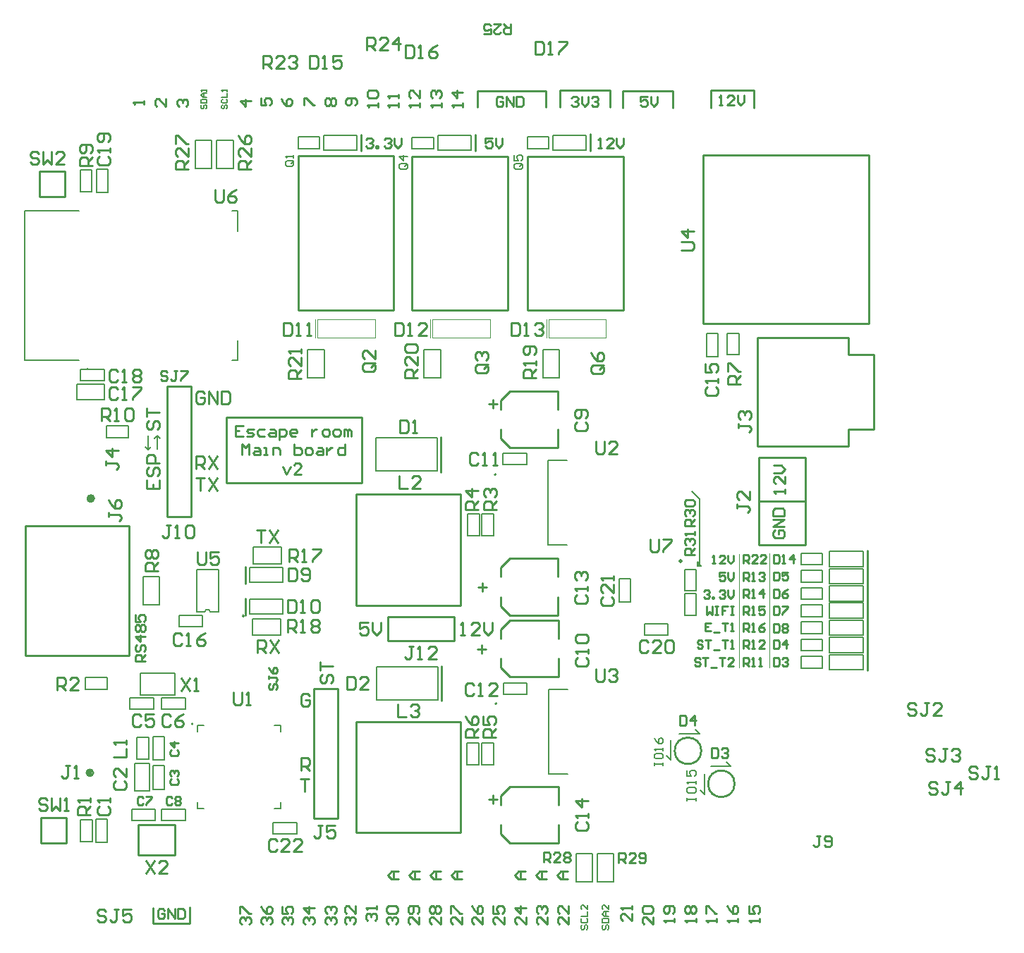
<source format=gbr>
%TF.GenerationSoftware,Altium Limited,Altium Designer,21.8.1 (53)*%
G04 Layer_Color=65535*
%FSLAX45Y45*%
%MOMM*%
%TF.SameCoordinates,BA403207-4E74-424F-88DB-B819054AD5B4*%
%TF.FilePolarity,Positive*%
%TF.FileFunction,Legend,Top*%
%TF.Part,Single*%
G01*
G75*
%TA.AperFunction,NonConductor*%
%ADD79C,0.20000*%
%ADD80C,0.25400*%
%TA.AperFunction,OtherPad,Free Pad (74.529mm,-53.038mm)*%
%ADD98C,0.50000*%
%TA.AperFunction,NonConductor*%
%ADD99C,0.12700*%
%ADD100C,0.10000*%
%ADD101R,0.60000X0.65000*%
D79*
X1601843Y-7261384D02*
G03*
X1601843Y-7261384I-10000J0D01*
G01*
X345000Y-2997332D02*
G03*
X345000Y-2997332I-10000J0D01*
G01*
X5240189Y-4265922D02*
G03*
X5240189Y-4265922I-10000J0D01*
G01*
X5248130Y-7016818D02*
G03*
X5248130Y-7016818I-10000J0D01*
G01*
X1807118Y-5917136D02*
G03*
X1743618Y-5917136I-31750J0D01*
G01*
X7672872Y-5341128D02*
X7679605Y-5347861D01*
X7679605D02*
X7679605D01*
X7679605D02*
X7697744Y-5366000D01*
X7654000D02*
X7697744D01*
X7654000Y-5316256D02*
X7700744Y-5363000D01*
X7654000Y-5366000D02*
Y-5316256D01*
Y-5366000D02*
X7679605Y-5340395D01*
Y-5294253D01*
X2849216Y-8579599D02*
Y-8444599D01*
X2564216Y-8579599D02*
X2849216D01*
X2564216Y-8444599D02*
X2849216D01*
X2564216Y-8579599D02*
Y-8444599D01*
X7593875Y-4466414D02*
X7685628Y-4558167D01*
Y-4559464D02*
Y-4558167D01*
X7685689Y-4620924D02*
Y-4560622D01*
X7679605Y-5294253D02*
X7683605Y-4566887D01*
X7501939Y-5665583D02*
X7641939D01*
X7501939D02*
Y-5405583D01*
X7641939D01*
Y-5665583D02*
Y-5405583D01*
X1000000Y-5493000D02*
X1200000D01*
X1000000Y-5833000D02*
Y-5493000D01*
X1200000Y-5833000D02*
Y-5493000D01*
X1000000Y-5833000D02*
X1200000D01*
X8007769Y-7720989D02*
X8058580Y-7771800D01*
X7820896D02*
X8058580D01*
X7690427Y-8054028D02*
X7741237Y-8104839D01*
Y-7867155D01*
X7337294Y-7694484D02*
Y-7456800D01*
X7286483Y-7643673D02*
X7337294Y-7694484D01*
X7441686Y-7380219D02*
X7679369D01*
X7628559Y-7329408D02*
X7679369Y-7380219D01*
X7501535Y-5958947D02*
X7641536D01*
X7501535D02*
Y-5698947D01*
X7641536D01*
Y-5958947D02*
Y-5698947D01*
X7019864Y-6195594D02*
Y-6060594D01*
X7304864D01*
X7019864Y-6195594D02*
X7304864D01*
Y-6060594D01*
X6720286Y-5516233D02*
X6855286D01*
Y-5801233D02*
Y-5516233D01*
X6720286Y-5801233D02*
Y-5516233D01*
Y-5801233D02*
X6855286D01*
X4890133Y-7751502D02*
Y-7491502D01*
Y-7751502D02*
X5030133D01*
Y-7491502D01*
X4890133D02*
X5030133D01*
X3795189Y-4225922D02*
X4535189D01*
Y-3825922D01*
X3795189D02*
X4535189D01*
X3795189Y-4225922D02*
Y-3825922D01*
X5607689Y-4143422D02*
Y-4008422D01*
X5322689Y-4143422D02*
X5607689D01*
X5322689Y-4008422D02*
X5607689D01*
X5322689Y-4143422D02*
Y-4008422D01*
X5210133Y-7751502D02*
Y-7491502D01*
X5070133D02*
X5210133D01*
X5070133Y-7751502D02*
Y-7491502D01*
Y-7751502D02*
X5210133D01*
X3802633Y-6974003D02*
X4542633D01*
Y-6574002D01*
X3802633D02*
X4542633D01*
X3802633Y-6974003D02*
Y-6574002D01*
X5327633Y-6906502D02*
Y-6771502D01*
X5612633D01*
X5327633Y-6906502D02*
X5612633D01*
Y-6771502D01*
X5210189Y-5000922D02*
Y-4740922D01*
X5070189D02*
X5210189D01*
X5070189Y-5000922D02*
Y-4740922D01*
Y-5000922D02*
X5210189D01*
X4900189Y-4740922D02*
X5040190D01*
Y-5000922D02*
Y-4740922D01*
X4900189Y-5000922D02*
X5040190D01*
X4900189D02*
Y-4740922D01*
X6199500Y-8820325D02*
X6399501D01*
X6199500Y-9160325D02*
Y-8820325D01*
X6399501Y-9160325D02*
Y-8820325D01*
X6199500Y-9160325D02*
X6399501D01*
X6453500Y-8820325D02*
X6653501D01*
X6453500Y-9160325D02*
Y-8820325D01*
X6653501Y-9160325D02*
Y-8820325D01*
X6453500Y-9160325D02*
X6653501D01*
X1628488Y-249094D02*
X1828488D01*
X1628488Y-589094D02*
Y-249094D01*
X1828488Y-589094D02*
Y-249094D01*
X1628488Y-589094D02*
X1828488D01*
X1884073Y-249094D02*
X2084073D01*
X1884073Y-589094D02*
Y-249094D01*
X2084073Y-589094D02*
Y-249094D01*
X1884073Y-589094D02*
X2084073D01*
X2318156Y-6197502D02*
Y-5997502D01*
Y-6197502D02*
X2658155D01*
X2318156Y-5997502D02*
X2658155D01*
Y-6197502D02*
Y-5997502D01*
X2323156Y-5337502D02*
Y-5137502D01*
Y-5337502D02*
X2663155D01*
X2323156Y-5137502D02*
X2663155D01*
Y-5337502D02*
Y-5137502D01*
X2283511Y-5945002D02*
X2683511D01*
X2283511D02*
Y-5765002D01*
X2683511D01*
Y-5945002D02*
Y-5765002D01*
X2283511Y-5563480D02*
X2683511D01*
X2283511D02*
Y-5383480D01*
X2683511D01*
Y-5563480D02*
Y-5383480D01*
X1807118Y-5917136D02*
X1906868D01*
X1643867D02*
X1743618D01*
X1643867D02*
Y-5409136D01*
X1906868D01*
Y-5917136D02*
Y-5409136D01*
X1716711Y-6094513D02*
Y-5959513D01*
X1431711Y-6094513D02*
X1716711D01*
X1431711Y-5959513D02*
X1716711D01*
X1431711Y-6094513D02*
Y-5959513D01*
X1172589Y-3800385D02*
X1172799Y-3963351D01*
X1172589Y-3800447D02*
Y-3800385D01*
X1172095D02*
X1172589D01*
X1137558Y-3834922D02*
X1172095Y-3800385D01*
X1172589Y-3800447D02*
X1207126Y-3834984D01*
X1060573Y-3965904D02*
X1095111Y-3931367D01*
X1025542Y-3931429D02*
X1060079Y-3965966D01*
X1060573D01*
Y-3965904D01*
Y-3965966D02*
X1060783Y-3803000D01*
X8157629Y-2828733D02*
Y-2568733D01*
X8017629D02*
X8157629D01*
X8017629Y-2828733D02*
Y-2568733D01*
Y-2828733D02*
X8157629D01*
X2862272Y-211996D02*
X3122272D01*
X2862272Y-351997D02*
Y-211996D01*
Y-351997D02*
X3122272D01*
Y-211996D01*
X3170210Y-371088D02*
Y-191088D01*
Y-371088D02*
X3570210D01*
Y-191088D01*
X3170210D02*
X3570210D01*
X4230726Y-214134D02*
X4490726D01*
X4230726Y-354134D02*
Y-214134D01*
Y-354134D02*
X4490726D01*
Y-214134D01*
X4538339Y-372439D02*
Y-192439D01*
Y-372439D02*
X4938339D01*
Y-192439D01*
X4538339D02*
X4938339D01*
X5922542Y-368741D02*
Y-188741D01*
Y-368741D02*
X6322542D01*
Y-188741D01*
X5922542D02*
X6322542D01*
X5615000Y-210000D02*
X5875000D01*
X5615000Y-350000D02*
Y-210000D01*
Y-350000D02*
X5875000D01*
Y-210000D01*
X9245000Y-6610930D02*
Y-6430930D01*
X9645000D01*
Y-6610930D02*
Y-6430930D01*
X9245000Y-6610930D02*
X9645000D01*
X9245000Y-6195443D02*
X9645000D01*
Y-6015443D01*
X9245000D02*
X9645000D01*
X9245000Y-6195443D02*
Y-6015443D01*
Y-5606042D02*
X9645000D01*
Y-5786043D02*
Y-5606042D01*
X9245000Y-5786043D02*
X9645000D01*
X9245000D02*
Y-5606042D01*
Y-5400000D02*
X9645000D01*
Y-5580000D02*
Y-5400000D01*
X9245000Y-5580000D02*
X9645000D01*
X9245000D02*
Y-5400000D01*
Y-5370000D02*
Y-5190000D01*
Y-5370000D02*
X9645000D01*
Y-5190000D01*
X9245000D02*
X9645000D01*
X9245000Y-5990000D02*
X9645000D01*
Y-5810000D01*
X9245000D02*
X9645000D01*
X9245000Y-5990000D02*
Y-5810000D01*
Y-6403844D02*
X9645000D01*
Y-6223844D01*
X9245000D02*
X9645000D01*
X9245000Y-6403844D02*
Y-6223844D01*
X8898461Y-5626363D02*
X9158461D01*
X8898461Y-5766364D02*
Y-5626363D01*
Y-5766364D02*
X9158461D01*
Y-5626363D01*
X5800000Y-3105000D02*
X6000000D01*
Y-2765000D01*
X5800000Y-3105000D02*
Y-2765000D01*
X6000000D01*
X2977500Y-3102500D02*
X3177500D01*
Y-2762500D01*
X2977500Y-3102500D02*
Y-2762500D01*
X3177500D01*
X930000Y-7685000D02*
X1070000D01*
X930000D02*
Y-7425000D01*
X1070000D01*
Y-7685000D02*
Y-7425000D01*
X8898680Y-6176794D02*
X9158680D01*
X8898680D02*
Y-6036794D01*
X9158680D01*
Y-6176794D02*
Y-6036794D01*
X4372447Y-2762501D02*
X4572447D01*
X4372447Y-3102501D02*
Y-2762501D01*
X4572447Y-3102501D02*
Y-2762501D01*
X4372447Y-3102501D02*
X4572447D01*
X9158680Y-5350000D02*
Y-5210000D01*
X8898680Y-5350000D02*
X9158680D01*
X8898680D02*
Y-5210000D01*
X9158680D01*
X7764950Y-2569664D02*
X7899950D01*
Y-2854664D02*
Y-2569664D01*
X7764950Y-2854664D02*
Y-2569664D01*
Y-2854664D02*
X7899950D01*
X247500Y-610000D02*
X387500D01*
Y-870000D02*
Y-610000D01*
X247500Y-870000D02*
X387500D01*
X247500D02*
Y-610000D01*
X562500Y-3822500D02*
Y-3682500D01*
X822500D01*
Y-3822500D02*
Y-3682500D01*
X562500Y-3822500D02*
X822500D01*
X1125000Y-8047500D02*
X1260000D01*
X1125000D02*
Y-7762500D01*
X1260000Y-8047500D02*
Y-7762500D01*
X1125000D02*
X1260000D01*
X310000Y-6845000D02*
Y-6705000D01*
X570000D01*
Y-6845000D02*
Y-6705000D01*
X310000Y-6845000D02*
X570000D01*
X1149343Y-8421384D02*
Y-8286384D01*
X864343Y-8421384D02*
X1149343D01*
X864343Y-8286384D02*
X1149343D01*
X864343Y-8421384D02*
Y-8286384D01*
X1224343Y-8421384D02*
Y-8286384D01*
X1509343D01*
X1224343Y-8421384D02*
X1509343D01*
Y-8286384D01*
X1081451Y-8069816D02*
Y-7734816D01*
X898951D02*
X1081451D01*
X898951Y-8069816D02*
X1081451D01*
X898951D02*
Y-7734816D01*
X1125000Y-7697500D02*
X1260000D01*
X1125000D02*
Y-7412500D01*
X1260000Y-7697500D02*
Y-7412500D01*
X1125000D02*
X1260000D01*
X1224343Y-7081384D02*
Y-6946384D01*
X1509343D01*
X1224343Y-7081384D02*
X1509343D01*
Y-6946384D01*
X844343Y-7081384D02*
Y-6946384D01*
X1129343D01*
X844343Y-7081384D02*
X1129343D01*
Y-6946384D01*
X966843Y-6653884D02*
X1386843D01*
X966843Y-6913884D02*
X1386843D01*
Y-6653884D01*
X966843Y-6913884D02*
Y-6653884D01*
X250000Y-3142500D02*
Y-3007500D01*
X535000D01*
X250000Y-3142500D02*
X535000D01*
Y-3007500D01*
X447205Y-597500D02*
X582205D01*
Y-882500D02*
Y-597500D01*
X447205Y-882500D02*
Y-597500D01*
Y-882500D02*
X582205D01*
X205000Y-3182500D02*
X540000D01*
X205000Y-3365000D02*
Y-3182500D01*
X540000Y-3365000D02*
Y-3182500D01*
X205000Y-3365000D02*
X540000D01*
X250000Y-8675000D02*
Y-8415000D01*
Y-8675000D02*
X390000D01*
Y-8415000D01*
X250000D02*
X390000D01*
X432500Y-8687500D02*
X567500D01*
X432500D02*
Y-8402500D01*
X567500Y-8687500D02*
Y-8402500D01*
X432500D02*
X567500D01*
X9158680Y-5971036D02*
Y-5831036D01*
X8898680D02*
X9158680D01*
X8898680Y-5971036D02*
Y-5831036D01*
Y-5971036D02*
X9158680D01*
X8898680Y-6590697D02*
X9158680D01*
X8898680D02*
Y-6450697D01*
X9158680D01*
Y-6590697D02*
Y-6450697D01*
Y-5560000D02*
Y-5420000D01*
X8898680Y-5560000D02*
X9158680D01*
X8898680D02*
Y-5420000D01*
X9158680D01*
X8899390Y-6383388D02*
X9159390D01*
X8899390D02*
Y-6243388D01*
X9159390D01*
Y-6383388D02*
Y-6243388D01*
X7529746Y-8185698D02*
Y-8149043D01*
Y-8167371D01*
X7639711D01*
Y-8185698D01*
Y-8149043D01*
X7529746Y-8039078D02*
Y-8075733D01*
X7548074Y-8094061D01*
X7621384D01*
X7639711Y-8075733D01*
Y-8039078D01*
X7621384Y-8020751D01*
X7548074D01*
X7529746Y-8039078D01*
X7639711Y-7984096D02*
Y-7947442D01*
Y-7965769D01*
X7529746D01*
X7548074Y-7984096D01*
X7529746Y-7819149D02*
Y-7892459D01*
X7584729D01*
X7566401Y-7855804D01*
Y-7837477D01*
X7584729Y-7819149D01*
X7621384D01*
X7639711Y-7837477D01*
Y-7874132D01*
X7621384Y-7892459D01*
X7139643Y-7764465D02*
Y-7731143D01*
Y-7747804D01*
X7239611D01*
Y-7764465D01*
Y-7731143D01*
X7139643Y-7631175D02*
Y-7664497D01*
X7156305Y-7681159D01*
X7222950D01*
X7239611Y-7664497D01*
Y-7631175D01*
X7222950Y-7614514D01*
X7156305D01*
X7139643Y-7631175D01*
X7239611Y-7581191D02*
Y-7547868D01*
Y-7564529D01*
X7139643D01*
X7156305Y-7581191D01*
X7139643Y-7431239D02*
X7156305Y-7464562D01*
X7189627Y-7497884D01*
X7222950D01*
X7239611Y-7481223D01*
Y-7447901D01*
X7222950Y-7431239D01*
X7206289D01*
X7189627Y-7447901D01*
Y-7497884D01*
X6527661Y-9677931D02*
X6514332Y-9691260D01*
Y-9717918D01*
X6527661Y-9731247D01*
X6540990D01*
X6554319Y-9717918D01*
Y-9691260D01*
X6567648Y-9677931D01*
X6580977D01*
X6594306Y-9691260D01*
Y-9717918D01*
X6580977Y-9731247D01*
X6514332Y-9651273D02*
X6594306D01*
Y-9611286D01*
X6580977Y-9597957D01*
X6527661D01*
X6514332Y-9611286D01*
Y-9651273D01*
X6594306Y-9571299D02*
X6540990D01*
X6514332Y-9544641D01*
X6540990Y-9517983D01*
X6594306D01*
X6554319D01*
Y-9571299D01*
X6594306Y-9438009D02*
Y-9491325D01*
X6540990Y-9438009D01*
X6527661D01*
X6514332Y-9451337D01*
Y-9477996D01*
X6527661Y-9491325D01*
X6272855Y-9677931D02*
X6259526Y-9691260D01*
Y-9717918D01*
X6272855Y-9731247D01*
X6286184D01*
X6299513Y-9717918D01*
Y-9691260D01*
X6312842Y-9677931D01*
X6326171D01*
X6339500Y-9691260D01*
Y-9717918D01*
X6326171Y-9731247D01*
X6272855Y-9597957D02*
X6259526Y-9611286D01*
Y-9637944D01*
X6272855Y-9651273D01*
X6326171D01*
X6339500Y-9637944D01*
Y-9611286D01*
X6326171Y-9597957D01*
X6259526Y-9571299D02*
X6339500D01*
Y-9517983D01*
Y-9438009D02*
Y-9491325D01*
X6286184Y-9438009D01*
X6272855D01*
X6259526Y-9451337D01*
Y-9477996D01*
X6272855Y-9491325D01*
X1956576Y172387D02*
X1944913Y160724D01*
Y137399D01*
X1956576Y125736D01*
X1968239D01*
X1979902Y137399D01*
Y160724D01*
X1991564Y172387D01*
X2003227D01*
X2014890Y160724D01*
Y137399D01*
X2003227Y125736D01*
X1956576Y242365D02*
X1944913Y230702D01*
Y207376D01*
X1956576Y195713D01*
X2003227D01*
X2014890Y207376D01*
Y230702D01*
X2003227Y242365D01*
X1944913Y265691D02*
X2014890D01*
Y312342D01*
Y335668D02*
Y358994D01*
Y347331D01*
X1944913D01*
X1956576Y335668D01*
X1708287Y172387D02*
X1696624Y160724D01*
Y137399D01*
X1708287Y125736D01*
X1719950D01*
X1731612Y137399D01*
Y160724D01*
X1743275Y172387D01*
X1754938D01*
X1766601Y160724D01*
Y137399D01*
X1754938Y125736D01*
X1696624Y195713D02*
X1766601D01*
Y230702D01*
X1754938Y242365D01*
X1708287D01*
X1696624Y230702D01*
Y195713D01*
X1766601Y265691D02*
X1719950D01*
X1696624Y289016D01*
X1719950Y312342D01*
X1766601D01*
X1731612D01*
Y265691D01*
X1766601Y335668D02*
Y358994D01*
Y347331D01*
X1696624D01*
X1708287Y335668D01*
X5538488Y-532424D02*
X5471843D01*
X5455182Y-549085D01*
Y-582408D01*
X5471843Y-599069D01*
X5538488D01*
X5555150Y-582408D01*
Y-549085D01*
X5521827Y-565746D02*
X5555150Y-532424D01*
Y-549085D02*
X5538488Y-532424D01*
X5455182Y-432456D02*
Y-499101D01*
X5505166D01*
X5488505Y-465779D01*
Y-449117D01*
X5505166Y-432456D01*
X5538488D01*
X5555150Y-449117D01*
Y-482440D01*
X5538488Y-499101D01*
X4160150Y-532424D02*
X4093505D01*
X4076844Y-549085D01*
Y-582408D01*
X4093505Y-599069D01*
X4160150D01*
X4176812Y-582408D01*
Y-549085D01*
X4143489Y-565746D02*
X4176812Y-532424D01*
Y-549085D02*
X4160150Y-532424D01*
X4176812Y-449117D02*
X4076844D01*
X4126828Y-499101D01*
Y-432456D01*
X2793694Y-499101D02*
X2727049D01*
X2710387Y-515762D01*
Y-549085D01*
X2727049Y-565746D01*
X2793694D01*
X2810355Y-549085D01*
Y-515762D01*
X2777033Y-532424D02*
X2810355Y-499101D01*
Y-515762D02*
X2793694Y-499101D01*
X2810355Y-465779D02*
Y-432456D01*
Y-449117D01*
X2710387D01*
X2727049Y-465779D01*
D80*
X8103951Y-7981190D02*
G03*
X8103951Y-7981190I-159484J0D01*
G01*
X7703382Y-7585247D02*
G03*
X7703382Y-7585247I-159484J0D01*
G01*
X2216506Y-5965549D02*
G03*
X2216506Y-5965549I-10586J0D01*
G01*
X413529Y-4555000D02*
G03*
X413529Y-4555000I-39528J0D01*
G01*
X403529Y-7849000D02*
G03*
X403529Y-7849000I-39528J0D01*
G01*
X8392463Y-5113504D02*
X8952463D01*
X8392463Y-4063504D02*
X8952463D01*
Y-5113504D02*
Y-4063504D01*
X8392463Y-5113504D02*
Y-4063504D01*
X2000449Y-4369100D02*
X3628157D01*
X2000449Y-3579100D02*
X3628157D01*
Y-4369100D02*
Y-3579100D01*
X2000449Y-4369100D02*
Y-3579100D01*
X5408630Y-5273922D02*
X5984189D01*
X5406189D02*
X5408630D01*
X5294189Y-5385922D02*
X5406189Y-5273922D01*
X5404189Y-5955922D02*
X5408630D01*
X5294189Y-5845922D02*
Y-5735922D01*
Y-5845922D02*
X5404189Y-5955922D01*
X5294189Y-5495922D02*
Y-5385922D01*
X5408630Y-5955922D02*
X5984189D01*
X5984189D02*
Y-5735922D01*
Y-5495922D02*
Y-5275922D01*
X4733000Y-6267000D02*
Y-5977000D01*
X3940500Y-6267000D02*
Y-5977000D01*
Y-6267000D02*
X4733000D01*
X3940500Y-5977000D02*
X4733000D01*
X8395915Y-4586240D02*
X8945915D01*
X3052580Y-8399386D02*
X3342580D01*
X3052580Y-6839386D02*
X3342580D01*
X3052580Y-8399386D02*
Y-6839386D01*
X3342580Y-8399386D02*
Y-6839386D01*
X4575189Y-4235922D02*
Y-3815922D01*
X3560133Y-8566502D02*
Y-7236502D01*
X4810133Y-8566502D02*
Y-7236502D01*
X3560133Y-8566502D02*
X4810133D01*
X3560133Y-7236502D02*
X4810133D01*
X4582633Y-6984003D02*
Y-6564002D01*
X5986133Y-6236502D02*
Y-6016502D01*
Y-6696502D02*
Y-6476502D01*
X5410573Y-6696502D02*
X5986133D01*
X5296133Y-6236502D02*
Y-6126502D01*
Y-6586502D02*
X5406133Y-6696502D01*
X5296133Y-6586502D02*
Y-6476502D01*
X5406133Y-6696502D02*
X5410573D01*
X5296133Y-6126502D02*
X5408133Y-6014502D01*
X5410573D01*
X5986133D01*
X3560189Y-4505922D02*
X4810190D01*
X3560189Y-5835922D02*
X4810190D01*
Y-4505922D01*
X3560189Y-5835922D02*
Y-4505922D01*
X5408630Y-3263922D02*
X5984189D01*
X5406189D02*
X5408630D01*
X5294189Y-3375922D02*
X5406189Y-3263922D01*
X5404189Y-3945923D02*
X5408630D01*
X5294189Y-3835922D02*
Y-3725922D01*
Y-3835922D02*
X5404189Y-3945923D01*
X5294189Y-3485922D02*
Y-3375922D01*
X5408630Y-3945923D02*
X5984189D01*
X5984189D02*
Y-3725922D01*
Y-3485922D02*
Y-3265922D01*
X5410573Y-8014502D02*
X5986133D01*
X5408133D02*
X5410573D01*
X5296133Y-8126502D02*
X5408133Y-8014502D01*
X5406133Y-8696502D02*
X5410573D01*
X5296133Y-8586502D02*
Y-8476502D01*
Y-8586502D02*
X5406133Y-8696502D01*
X5296133Y-8236502D02*
Y-8126502D01*
X5410573Y-8696502D02*
X5986133D01*
X5986133D02*
Y-8476502D01*
Y-8236502D02*
Y-8016502D01*
X7816446Y135492D02*
Y345492D01*
X2233511Y-5955002D02*
Y-5755002D01*
Y-5573480D02*
Y-5373480D01*
X-410000Y-6442000D02*
Y-4882000D01*
X830000Y-6442000D02*
Y-4882000D01*
X-410000Y-6442000D02*
X830000D01*
X-410000Y-4882000D02*
X830000D01*
X1561341Y-9659215D02*
Y-9466936D01*
X1124202Y-9660485D02*
X1132903D01*
X1120000Y-9660000D02*
Y-9467721D01*
X1287772Y-4770255D02*
X1577772D01*
X1287772Y-3210255D02*
X1577772D01*
X1287772Y-4770255D02*
Y-3210255D01*
X1577772Y-4770255D02*
Y-3210255D01*
X6767500Y-2295000D02*
Y-445000D01*
X5617500Y-2295000D02*
Y-445000D01*
X6767500D01*
X5617500Y-2295000D02*
X6767500D01*
X5382500D02*
Y-445000D01*
X4232500Y-2295000D02*
Y-445000D01*
X5382500D01*
X4232500Y-2295000D02*
X5382500D01*
X4012500Y-2290000D02*
Y-440000D01*
X2862500Y-2290000D02*
Y-440000D01*
X4012500D01*
X2862500Y-2290000D02*
X4012500D01*
X3620210Y-381088D02*
Y-181088D01*
X4988339Y-382439D02*
Y-182439D01*
X6372542Y-378741D02*
Y-178741D01*
X9695000Y-6620930D02*
Y-6420930D01*
Y-6205443D02*
Y-6005443D01*
Y-5796043D02*
Y-5596042D01*
Y-5590000D02*
Y-5390000D01*
Y-5380000D02*
Y-5180000D01*
Y-6000000D02*
Y-5800000D01*
Y-6413844D02*
Y-6213844D01*
X1132903Y-9660485D02*
X1560409D01*
X5634597Y342985D02*
X5839294D01*
X5020507D02*
X5225204D01*
X5020000Y342478D02*
X5020507Y342985D01*
X5225204D02*
X5634597D01*
X5020000Y150199D02*
Y342478D01*
X5839294Y342985D02*
X5840000Y342279D01*
Y150000D02*
Y342279D01*
X6347555Y346747D02*
X6610000D01*
Y175739D02*
Y346747D01*
X6010000D02*
X6347555D01*
X6010000Y190000D02*
Y346747D01*
Y142249D02*
Y190000D01*
X6610000Y142249D02*
Y175739D01*
X7360000Y140000D02*
Y173490D01*
X6760000Y140000D02*
Y187751D01*
Y344498D01*
X7097555D01*
X7360000Y173490D02*
Y344498D01*
X7097555D02*
X7360000D01*
X8115457Y350000D02*
X8337276D01*
Y138365D02*
Y350000D01*
X7816840D02*
X8115457D01*
X7724020Y-2453474D02*
X9714020D01*
X7724020Y-433474D02*
X9714020D01*
X7724020Y-2453474D02*
Y-433474D01*
X9714020Y-2453474D02*
Y-433474D01*
X-222500Y-8690000D02*
Y-8390000D01*
X83166Y-8690000D02*
Y-8390000D01*
X-222500D02*
X83166D01*
X-222500Y-8690000D02*
X83166D01*
X-245000Y-925000D02*
X60666D01*
X-245000Y-625000D02*
X60666D01*
Y-925000D02*
Y-625000D01*
X-245000Y-925000D02*
Y-625000D01*
X941843Y-8833884D02*
X1381843D01*
X941843D02*
Y-8473884D01*
X1381843D01*
Y-8833884D02*
Y-8473884D01*
X9773824Y-3725977D02*
Y-2825977D01*
X9473824Y-3725977D02*
X9773824D01*
X9473824Y-2825977D02*
X9773824D01*
X9473824D02*
Y-2625977D01*
X9473824Y-3925977D02*
Y-3725977D01*
X8373824Y-3925977D02*
X9473824D01*
X8373824D02*
Y-2625977D01*
X9473824D01*
X5021400Y-5616817D02*
X5122967D01*
X5072183Y-5566033D02*
Y-5667600D01*
X4812400Y-6195600D02*
X4863184D01*
X4837792D01*
Y-6043249D01*
X4812400Y-6068641D01*
X5040926Y-6195600D02*
X4939359D01*
X5040926Y-6094033D01*
Y-6068641D01*
X5015534Y-6043249D01*
X4964751D01*
X4939359Y-6068641D01*
X5091710Y-6043249D02*
Y-6144817D01*
X5142493Y-6195600D01*
X5193277Y-6144817D01*
Y-6043249D01*
X3703967Y-6045249D02*
X3602400D01*
Y-6121425D01*
X3653183Y-6096033D01*
X3678575D01*
X3703967Y-6121425D01*
Y-6172208D01*
X3678575Y-6197600D01*
X3627792D01*
X3602400Y-6172208D01*
X3754751Y-6045249D02*
Y-6146817D01*
X3805534Y-6197600D01*
X3856318Y-6146817D01*
Y-6045249D01*
X8590122Y-4937347D02*
X8568063Y-4959407D01*
Y-5003526D01*
X8590122Y-5025585D01*
X8678360D01*
X8700420Y-5003526D01*
Y-4959407D01*
X8678360Y-4937347D01*
X8634241D01*
Y-4981466D01*
X8700420Y-4893228D02*
X8568063D01*
X8700420Y-4804990D01*
X8568063D01*
Y-4760871D02*
X8700420D01*
Y-4694692D01*
X8678360Y-4672633D01*
X8590122D01*
X8568063Y-4694692D01*
Y-4760871D01*
X1027472Y-6511366D02*
X907511D01*
Y-6451386D01*
X927504Y-6431392D01*
X967491D01*
X987485Y-6451386D01*
Y-6511366D01*
Y-6471379D02*
X1027472Y-6431392D01*
X927504Y-6311431D02*
X907511Y-6331424D01*
Y-6371411D01*
X927504Y-6391405D01*
X947498D01*
X967491Y-6371411D01*
Y-6331424D01*
X987485Y-6311431D01*
X1007478D01*
X1027472Y-6331424D01*
Y-6371411D01*
X1007478Y-6391405D01*
X1027472Y-6211463D02*
X907511D01*
X967491Y-6271444D01*
Y-6191470D01*
X927504Y-6151483D02*
X907511Y-6131489D01*
Y-6091502D01*
X927504Y-6071509D01*
X947498D01*
X967491Y-6091502D01*
X987485Y-6071509D01*
X1007478D01*
X1027472Y-6091502D01*
Y-6131489D01*
X1007478Y-6151483D01*
X987485D01*
X967491Y-6131489D01*
X947498Y-6151483D01*
X927504D01*
X967491Y-6131489D02*
Y-6091502D01*
X907511Y-5951547D02*
Y-6031522D01*
X967491D01*
X947498Y-5991535D01*
Y-5971541D01*
X967491Y-5951547D01*
X1007478D01*
X1027472Y-5971541D01*
Y-6011528D01*
X1007478Y-6031522D01*
X7823509Y-7550593D02*
Y-7670554D01*
X7883490D01*
X7903483Y-7650561D01*
Y-7570586D01*
X7883490Y-7550593D01*
X7823509D01*
X7943470Y-7570586D02*
X7963464Y-7550593D01*
X8003451D01*
X8023444Y-7570586D01*
Y-7590580D01*
X8003451Y-7610574D01*
X7983457D01*
X8003451D01*
X8023444Y-7630567D01*
Y-7650561D01*
X8003451Y-7670554D01*
X7963464D01*
X7943470Y-7650561D01*
X7444299Y-7159012D02*
Y-7278974D01*
X7504279D01*
X7524273Y-7258980D01*
Y-7179006D01*
X7504279Y-7159012D01*
X7444299D01*
X7624241Y-7278974D02*
Y-7159012D01*
X7564260Y-7218993D01*
X7644234D01*
X6104401Y-9121741D02*
X6017762D01*
X5974443Y-9078421D01*
X6017762Y-9035102D01*
X6104401D01*
X6039422D01*
Y-9121741D01*
X5850401Y-9121741D02*
X5763762D01*
X5720443Y-9078422D01*
X5763762Y-9035102D01*
X5850401D01*
X5785422D01*
Y-9121741D01*
X5596401Y-9121741D02*
X5509762D01*
X5466443Y-9078421D01*
X5509762Y-9035102D01*
X5596401D01*
X5531422D01*
Y-9121741D01*
X4072401Y-9121741D02*
X3985762D01*
X3942443Y-9078422D01*
X3985762Y-9035102D01*
X4072401D01*
X4007422D01*
Y-9121741D01*
X4326401Y-9121741D02*
X4239762D01*
X4196443Y-9078421D01*
X4239762Y-9035102D01*
X4326401D01*
X4261422D01*
Y-9121741D01*
X4580401Y-9121741D02*
X4493762D01*
X4450443Y-9078422D01*
X4493762Y-9035102D01*
X4580401D01*
X4515422D01*
Y-9121741D01*
X4834401D02*
X4747762D01*
X4704443Y-9078422D01*
X4747762Y-9035102D01*
X4834401D01*
X4769422D01*
Y-9121741D01*
X5020400Y-6360817D02*
X5121967D01*
X5071183Y-6310033D02*
Y-6411600D01*
X5149589Y-3419739D02*
X5251157D01*
X5200373Y-3368955D02*
Y-3470522D01*
X5151533Y-8170319D02*
X5253100D01*
X5202317Y-8119535D02*
Y-8221102D01*
X3153244Y-6668501D02*
X3127852Y-6693893D01*
Y-6744677D01*
X3153244Y-6770069D01*
X3178636D01*
X3204027Y-6744677D01*
Y-6693893D01*
X3229419Y-6668501D01*
X3254811D01*
X3280203Y-6693893D01*
Y-6744677D01*
X3254811Y-6770069D01*
X3127852Y-6617718D02*
Y-6516151D01*
Y-6566934D01*
X3280203D01*
X1072179Y-3617334D02*
X1046787Y-3642726D01*
Y-3693509D01*
X1072179Y-3718901D01*
X1097571D01*
X1122962Y-3693509D01*
Y-3642726D01*
X1148354Y-3617334D01*
X1173746D01*
X1199138Y-3642726D01*
Y-3693509D01*
X1173746Y-3718901D01*
X1046787Y-3566550D02*
Y-3464983D01*
Y-3515767D01*
X1199138D01*
X1046787Y-4328494D02*
Y-4430061D01*
X1199138D01*
Y-4328494D01*
X1122962Y-4430061D02*
Y-4379277D01*
X1072179Y-4176143D02*
X1046787Y-4201535D01*
Y-4252318D01*
X1072179Y-4277710D01*
X1097571D01*
X1122962Y-4252318D01*
Y-4201535D01*
X1148354Y-4176143D01*
X1173746D01*
X1199138Y-4201535D01*
Y-4252318D01*
X1173746Y-4277710D01*
X1199138Y-4125360D02*
X1046787D01*
Y-4049184D01*
X1072179Y-4023792D01*
X1122962D01*
X1148354Y-4049184D01*
Y-4125360D01*
X2190681Y-4029757D02*
Y-3899799D01*
X2234000Y-3943119D01*
X2277319Y-3899799D01*
Y-4029757D01*
X2342298Y-3943119D02*
X2385618D01*
X2407277Y-3964778D01*
Y-4029757D01*
X2342298D01*
X2320639Y-4008098D01*
X2342298Y-3986438D01*
X2407277D01*
X2450597Y-4029757D02*
X2493916D01*
X2472256D01*
Y-3943119D01*
X2450597D01*
X2558895Y-4029757D02*
Y-3943119D01*
X2623874D01*
X2645534Y-3964778D01*
Y-4029757D01*
X2818811Y-3899799D02*
Y-4029757D01*
X2883790D01*
X2905450Y-4008098D01*
Y-3986438D01*
Y-3964778D01*
X2883790Y-3943119D01*
X2818811D01*
X2970429Y-4029757D02*
X3013748D01*
X3035408Y-4008098D01*
Y-3964778D01*
X3013748Y-3943119D01*
X2970429D01*
X2948769Y-3964778D01*
Y-4008098D01*
X2970429Y-4029757D01*
X3100387Y-3943119D02*
X3143706D01*
X3165366Y-3964778D01*
Y-4029757D01*
X3100387D01*
X3078727Y-4008098D01*
X3100387Y-3986438D01*
X3165366D01*
X3208685Y-3943119D02*
Y-4029757D01*
Y-3986438D01*
X3230345Y-3964778D01*
X3252005Y-3943119D01*
X3273665D01*
X3425282Y-3899799D02*
Y-4029757D01*
X3360303D01*
X3338644Y-4008098D01*
Y-3964778D01*
X3360303Y-3943119D01*
X3425282D01*
X2201370Y-3677427D02*
X2114731D01*
Y-3807385D01*
X2201370D01*
X2114731Y-3742406D02*
X2158051D01*
X2244689Y-3807385D02*
X2309668D01*
X2331328Y-3785725D01*
X2309668Y-3764066D01*
X2266349D01*
X2244689Y-3742406D01*
X2266349Y-3720746D01*
X2331328D01*
X2461286D02*
X2396307D01*
X2374648Y-3742406D01*
Y-3785725D01*
X2396307Y-3807385D01*
X2461286D01*
X2526265Y-3720746D02*
X2569585D01*
X2591244Y-3742406D01*
Y-3807385D01*
X2526265D01*
X2504606Y-3785725D01*
X2526265Y-3764066D01*
X2591244D01*
X2634564Y-3850705D02*
Y-3720746D01*
X2699543D01*
X2721202Y-3742406D01*
Y-3785725D01*
X2699543Y-3807385D01*
X2634564D01*
X2829501D02*
X2786181D01*
X2764522Y-3785725D01*
Y-3742406D01*
X2786181Y-3720746D01*
X2829501D01*
X2851160Y-3742406D01*
Y-3764066D01*
X2764522D01*
X3024438Y-3720746D02*
Y-3807385D01*
Y-3764066D01*
X3046098Y-3742406D01*
X3067757Y-3720746D01*
X3089417D01*
X3176056Y-3807385D02*
X3219375D01*
X3241035Y-3785725D01*
Y-3742406D01*
X3219375Y-3720746D01*
X3176056D01*
X3154396Y-3742406D01*
Y-3785725D01*
X3176056Y-3807385D01*
X3306014D02*
X3349333D01*
X3370993Y-3785725D01*
Y-3742406D01*
X3349333Y-3720746D01*
X3306014D01*
X3284354Y-3742406D01*
Y-3785725D01*
X3306014Y-3807385D01*
X3414312D02*
Y-3720746D01*
X3435972D01*
X3457632Y-3742406D01*
Y-3807385D01*
Y-3742406D01*
X3479291Y-3720746D01*
X3500951Y-3742406D01*
Y-3807385D01*
X2682230Y-4175297D02*
X2725549Y-4261936D01*
X2768868Y-4175297D01*
X2898827Y-4261936D02*
X2812188D01*
X2898827Y-4175297D01*
Y-4153638D01*
X2877167Y-4131978D01*
X2833848D01*
X2812188Y-4153638D01*
X1740796Y-3294009D02*
X1715404Y-3268617D01*
X1664621D01*
X1639229Y-3294009D01*
Y-3395576D01*
X1664621Y-3420968D01*
X1715404D01*
X1740796Y-3395576D01*
Y-3344792D01*
X1690013D01*
X1791580Y-3420968D02*
Y-3268617D01*
X1893147Y-3420968D01*
Y-3268617D01*
X1943931D02*
Y-3420968D01*
X2020106D01*
X2045498Y-3395576D01*
Y-3294009D01*
X2020106Y-3268617D01*
X1943931D01*
X1639229Y-4196433D02*
Y-4044082D01*
X1715404D01*
X1740796Y-4069474D01*
Y-4120258D01*
X1715404Y-4145650D01*
X1639229D01*
X1690013D02*
X1740796Y-4196433D01*
X1791580Y-4044082D02*
X1893147Y-4196433D01*
Y-4044082D02*
X1791580Y-4196433D01*
X1639229Y-4305742D02*
X1740796D01*
X1690013D01*
Y-4458093D01*
X1791580Y-4305742D02*
X1893147Y-4458093D01*
Y-4305742D02*
X1791580Y-4458093D01*
X2889509Y-7925580D02*
X2991077D01*
X2940293D01*
Y-8077931D01*
X2900096Y-7816811D02*
Y-7664460D01*
X2976271D01*
X3001663Y-7689852D01*
Y-7740636D01*
X2976271Y-7766028D01*
X2900096D01*
X2950879D02*
X3001663Y-7816811D01*
Y-6927665D02*
X2976271Y-6902273D01*
X2925487D01*
X2900096Y-6927665D01*
Y-7029232D01*
X2925487Y-7054624D01*
X2976271D01*
X3001663Y-7029232D01*
Y-6978449D01*
X2950879D01*
X7687802Y-6484017D02*
X7671141Y-6467356D01*
X7637818D01*
X7621157Y-6484017D01*
Y-6500678D01*
X7637818Y-6517340D01*
X7671141D01*
X7687802Y-6534001D01*
Y-6550662D01*
X7671141Y-6567323D01*
X7637818D01*
X7621157Y-6550662D01*
X7721125Y-6467356D02*
X7787770D01*
X7754447D01*
Y-6567323D01*
X7821092Y-6583985D02*
X7887737D01*
X7921060Y-6467356D02*
X7987705D01*
X7954383D01*
Y-6567323D01*
X8087673D02*
X8021028D01*
X8087673Y-6500678D01*
Y-6484017D01*
X8071012Y-6467356D01*
X8037689D01*
X8021028Y-6484017D01*
X7721124Y-6273623D02*
X7704463Y-6256961D01*
X7671141D01*
X7654479Y-6273623D01*
Y-6290284D01*
X7671141Y-6306945D01*
X7704463D01*
X7721124Y-6323607D01*
Y-6340268D01*
X7704463Y-6356929D01*
X7671141D01*
X7654479Y-6340268D01*
X7754447Y-6256961D02*
X7821092D01*
X7787770D01*
Y-6356929D01*
X7854415Y-6373591D02*
X7921060D01*
X7954383Y-6256961D02*
X8021028D01*
X7987705D01*
Y-6356929D01*
X8054350D02*
X8087673D01*
X8071012D01*
Y-6256961D01*
X8054350Y-6273623D01*
X7820547Y-6047988D02*
X7753902D01*
Y-6147956D01*
X7820547D01*
X7753902Y-6097972D02*
X7787225D01*
X7853870Y-6164617D02*
X7920515D01*
X7953838Y-6047988D02*
X8020483D01*
X7987161D01*
Y-6147956D01*
X8053806D02*
X8087128D01*
X8070467D01*
Y-6047988D01*
X8053806Y-6064649D01*
X2367703Y-4934994D02*
X2469270D01*
X2418486D01*
Y-5087345D01*
X2520054Y-4934994D02*
X2621621Y-5087345D01*
Y-4934994D02*
X2520054Y-5087345D01*
X2373108Y-6406041D02*
Y-6253690D01*
X2449283D01*
X2474675Y-6279082D01*
Y-6329865D01*
X2449283Y-6355257D01*
X2373108D01*
X2423892D02*
X2474675Y-6406041D01*
X2525459Y-6253690D02*
X2627026Y-6406041D01*
Y-6253690D02*
X2525459Y-6406041D01*
X7771108Y-5849327D02*
Y-5949295D01*
X7804431Y-5915972D01*
X7837753Y-5949295D01*
Y-5849327D01*
X7871076D02*
X7904399D01*
X7887738D01*
Y-5949295D01*
X7871076D01*
X7904399D01*
X8021028Y-5849327D02*
X7954383D01*
Y-5899311D01*
X7987705D01*
X7954383D01*
Y-5949295D01*
X8054350Y-5849327D02*
X8087673D01*
X8071012D01*
Y-5949295D01*
X8054350D01*
X8087673D01*
X7737786Y-5667901D02*
X7754447Y-5651240D01*
X7787770D01*
X7804431Y-5667901D01*
Y-5684563D01*
X7787770Y-5701224D01*
X7771108D01*
X7787770D01*
X7804431Y-5717885D01*
Y-5734546D01*
X7787770Y-5751208D01*
X7754447D01*
X7737786Y-5734546D01*
X7837754Y-5751208D02*
Y-5734546D01*
X7854415D01*
Y-5751208D01*
X7837754D01*
X7921060Y-5667901D02*
X7937721Y-5651240D01*
X7971044D01*
X7987705Y-5667901D01*
Y-5684563D01*
X7971044Y-5701224D01*
X7954383D01*
X7971044D01*
X7987705Y-5717885D01*
Y-5734546D01*
X7971044Y-5751208D01*
X7937721D01*
X7921060Y-5734546D01*
X8021028Y-5651240D02*
Y-5717885D01*
X8054350Y-5751208D01*
X8087673Y-5717885D01*
Y-5651240D01*
X7987705Y-5444632D02*
X7921060D01*
Y-5494616D01*
X7954383Y-5477955D01*
X7971044D01*
X7987705Y-5494616D01*
Y-5527939D01*
X7971044Y-5544600D01*
X7937721D01*
X7921060Y-5527939D01*
X8021028Y-5444632D02*
Y-5511278D01*
X8054350Y-5544600D01*
X8087673Y-5511278D01*
Y-5444632D01*
X7837754Y-5335693D02*
X7871076D01*
X7854415D01*
Y-5235725D01*
X7837754Y-5252387D01*
X7987705Y-5335693D02*
X7921060D01*
X7987705Y-5269048D01*
Y-5252387D01*
X7971044Y-5235725D01*
X7937721D01*
X7921060Y-5252387D01*
X8021028Y-5235725D02*
Y-5302371D01*
X8054350Y-5335693D01*
X8087673Y-5302371D01*
Y-5235725D01*
X1260374Y-9502132D02*
X1240381Y-9482139D01*
X1200394D01*
X1180400Y-9502132D01*
Y-9582106D01*
X1200394Y-9602100D01*
X1240381D01*
X1260374Y-9582106D01*
Y-9542119D01*
X1220387D01*
X1300361Y-9602100D02*
Y-9482139D01*
X1380335Y-9602100D01*
Y-9482139D01*
X1420322D02*
Y-9602100D01*
X1480303D01*
X1500296Y-9582106D01*
Y-9502132D01*
X1480303Y-9482139D01*
X1420322D01*
X2442802Y-9668781D02*
X2421142Y-9647121D01*
Y-9603802D01*
X2442802Y-9582142D01*
X2464462D01*
X2486121Y-9603802D01*
Y-9625462D01*
Y-9603802D01*
X2507781Y-9582142D01*
X2529441D01*
X2551100Y-9603802D01*
Y-9647121D01*
X2529441Y-9668781D01*
X2421142Y-9452184D02*
X2442802Y-9495503D01*
X2486121Y-9538823D01*
X2529441D01*
X2551100Y-9517163D01*
Y-9473844D01*
X2529441Y-9452184D01*
X2507781D01*
X2486121Y-9473844D01*
Y-9538823D01*
X2186302Y-9668781D02*
X2164642Y-9647121D01*
Y-9603802D01*
X2186302Y-9582142D01*
X2207961D01*
X2229621Y-9603802D01*
Y-9625462D01*
Y-9603802D01*
X2251280Y-9582142D01*
X2272940D01*
X2294600Y-9603802D01*
Y-9647121D01*
X2272940Y-9668781D01*
X2164642Y-9538823D02*
Y-9452184D01*
X2186302D01*
X2272940Y-9538823D01*
X2294600D01*
X2948802Y-9668781D02*
X2927142Y-9647121D01*
Y-9603802D01*
X2948802Y-9582142D01*
X2970462D01*
X2992121Y-9603802D01*
Y-9625461D01*
Y-9603802D01*
X3013781Y-9582142D01*
X3035441D01*
X3057100Y-9603802D01*
Y-9647121D01*
X3035441Y-9668781D01*
X3057100Y-9473844D02*
X2927142D01*
X2992121Y-9538823D01*
Y-9452184D01*
X2693802Y-9668781D02*
X2672142Y-9647121D01*
Y-9603802D01*
X2693802Y-9582142D01*
X2715461D01*
X2737121Y-9603802D01*
Y-9625462D01*
Y-9603802D01*
X2758781Y-9582142D01*
X2780440D01*
X2802100Y-9603802D01*
Y-9647121D01*
X2780440Y-9668781D01*
X2672142Y-9452184D02*
Y-9538823D01*
X2737121D01*
X2715461Y-9495503D01*
Y-9473844D01*
X2737121Y-9452184D01*
X2780440D01*
X2802100Y-9473844D01*
Y-9517163D01*
X2780440Y-9538823D01*
X3211302Y-9668781D02*
X3189642Y-9647121D01*
Y-9603802D01*
X3211302Y-9582142D01*
X3232962D01*
X3254621Y-9603802D01*
Y-9625461D01*
Y-9603802D01*
X3276281Y-9582142D01*
X3297941D01*
X3319600Y-9603802D01*
Y-9647121D01*
X3297941Y-9668781D01*
X3211302Y-9538823D02*
X3189642Y-9517163D01*
Y-9473844D01*
X3211302Y-9452184D01*
X3232962D01*
X3254621Y-9473844D01*
Y-9495503D01*
Y-9473844D01*
X3276281Y-9452184D01*
X3297941D01*
X3319600Y-9473844D01*
Y-9517163D01*
X3297941Y-9538823D01*
X5597100Y-9579642D02*
Y-9666281D01*
X5510461Y-9579642D01*
X5488802D01*
X5467142Y-9601302D01*
Y-9644621D01*
X5488802Y-9666281D01*
X5597100Y-9471344D02*
X5467142D01*
X5532121Y-9536323D01*
Y-9449684D01*
X5079600Y-9579643D02*
Y-9666281D01*
X4992961Y-9579643D01*
X4971302D01*
X4949642Y-9601302D01*
Y-9644622D01*
X4971302Y-9666281D01*
X4949642Y-9449684D02*
X4971302Y-9493004D01*
X5014621Y-9536323D01*
X5057940D01*
X5079600Y-9514663D01*
Y-9471344D01*
X5057940Y-9449684D01*
X5036281D01*
X5014621Y-9471344D01*
Y-9536323D01*
X5334600Y-9579642D02*
Y-9666281D01*
X5247962Y-9579642D01*
X5226302D01*
X5204642Y-9601302D01*
Y-9644621D01*
X5226302Y-9666281D01*
X5204642Y-9449684D02*
Y-9536323D01*
X5269621D01*
X5247962Y-9493003D01*
Y-9471344D01*
X5269621Y-9449684D01*
X5312941D01*
X5334600Y-9471344D01*
Y-9514663D01*
X5312941Y-9536323D01*
X4572100Y-9579643D02*
Y-9666281D01*
X4485461Y-9579643D01*
X4463802D01*
X4442142Y-9601302D01*
Y-9644622D01*
X4463802Y-9666281D01*
Y-9536323D02*
X4442142Y-9514663D01*
Y-9471344D01*
X4463802Y-9449684D01*
X4485461D01*
X4507121Y-9471344D01*
X4528780Y-9449684D01*
X4550440D01*
X4572100Y-9471344D01*
Y-9514663D01*
X4550440Y-9536323D01*
X4528780D01*
X4507121Y-9514663D01*
X4485461Y-9536323D01*
X4463802D01*
X4507121Y-9514663D02*
Y-9471344D01*
X4828600Y-9579643D02*
Y-9666281D01*
X4741962Y-9579643D01*
X4720302D01*
X4698642Y-9601302D01*
Y-9644622D01*
X4720302Y-9666281D01*
X4698642Y-9536323D02*
Y-9449684D01*
X4720302D01*
X4806941Y-9536323D01*
X4828600D01*
X3698802Y-9622962D02*
X3677142Y-9601302D01*
Y-9557983D01*
X3698802Y-9536323D01*
X3720461D01*
X3742121Y-9557983D01*
Y-9579642D01*
Y-9557983D01*
X3763781Y-9536323D01*
X3785440D01*
X3807100Y-9557983D01*
Y-9601302D01*
X3785440Y-9622962D01*
X3807100Y-9493004D02*
Y-9449684D01*
Y-9471344D01*
X3677142D01*
X3698802Y-9493004D01*
X4314600Y-9579643D02*
Y-9666281D01*
X4227961Y-9579643D01*
X4206302D01*
X4184642Y-9601302D01*
Y-9644622D01*
X4206302Y-9666281D01*
X4292940Y-9536323D02*
X4314600Y-9514663D01*
Y-9471344D01*
X4292940Y-9449684D01*
X4206302D01*
X4184642Y-9471344D01*
Y-9514663D01*
X4206302Y-9536323D01*
X4227961D01*
X4249621Y-9514663D01*
Y-9449684D01*
X3948802Y-9666281D02*
X3927142Y-9644622D01*
Y-9601302D01*
X3948802Y-9579643D01*
X3970461D01*
X3992121Y-9601302D01*
Y-9622962D01*
Y-9601302D01*
X4013780Y-9579643D01*
X4035440D01*
X4057100Y-9601302D01*
Y-9644622D01*
X4035440Y-9666281D01*
X3948802Y-9536323D02*
X3927142Y-9514663D01*
Y-9471344D01*
X3948802Y-9449684D01*
X4035440D01*
X4057100Y-9471344D01*
Y-9514663D01*
X4035440Y-9536323D01*
X3948802D01*
X3443802Y-9666281D02*
X3422142Y-9644622D01*
Y-9601302D01*
X3443802Y-9579643D01*
X3465461D01*
X3487121Y-9601302D01*
Y-9622962D01*
Y-9601302D01*
X3508780Y-9579643D01*
X3530440D01*
X3552100Y-9601302D01*
Y-9644622D01*
X3530440Y-9666281D01*
X3552100Y-9449684D02*
Y-9536323D01*
X3465461Y-9449684D01*
X3443802D01*
X3422142Y-9471344D01*
Y-9514663D01*
X3443802Y-9536323D01*
X5853437Y-9579642D02*
Y-9666281D01*
X5766798Y-9579642D01*
X5745139D01*
X5723479Y-9601302D01*
Y-9644621D01*
X5745139Y-9666281D01*
Y-9536323D02*
X5723479Y-9514663D01*
Y-9471344D01*
X5745139Y-9449684D01*
X5766798D01*
X5788458Y-9471344D01*
Y-9493003D01*
Y-9471344D01*
X5810117Y-9449684D01*
X5831777D01*
X5853437Y-9471344D01*
Y-9514663D01*
X5831777Y-9536323D01*
X6867100Y-9536323D02*
Y-9622962D01*
X6780461Y-9536323D01*
X6758802D01*
X6737142Y-9557983D01*
Y-9601302D01*
X6758802Y-9622962D01*
X6867100Y-9493004D02*
Y-9449684D01*
Y-9471344D01*
X6737142D01*
X6758802Y-9493004D01*
X7124600Y-9579642D02*
Y-9666281D01*
X7037962Y-9579642D01*
X7016302D01*
X6994642Y-9601302D01*
Y-9644621D01*
X7016302Y-9666281D01*
Y-9536323D02*
X6994642Y-9514663D01*
Y-9471344D01*
X7016302Y-9449684D01*
X7102941D01*
X7124600Y-9471344D01*
Y-9514663D01*
X7102941Y-9536323D01*
X7016302D01*
X6108437Y-9579643D02*
Y-9666281D01*
X6021798Y-9579643D01*
X6000138D01*
X5978479Y-9601302D01*
Y-9644622D01*
X6000138Y-9666281D01*
X6108437Y-9449684D02*
Y-9536323D01*
X6021798Y-9449684D01*
X6000138D01*
X5978479Y-9471344D01*
Y-9514663D01*
X6000138Y-9536323D01*
X7638600Y-9644621D02*
Y-9601302D01*
Y-9622961D01*
X7508642D01*
X7530302Y-9644621D01*
Y-9536323D02*
X7508642Y-9514663D01*
Y-9471344D01*
X7530302Y-9449684D01*
X7551961D01*
X7573621Y-9471344D01*
X7595280Y-9449684D01*
X7616940D01*
X7638600Y-9471344D01*
Y-9514663D01*
X7616940Y-9536323D01*
X7595280D01*
X7573621Y-9514663D01*
X7551961Y-9536323D01*
X7530302D01*
X7573621Y-9514663D02*
Y-9471344D01*
X7382100Y-9644621D02*
Y-9601302D01*
Y-9622961D01*
X7252141D01*
X7273801Y-9644621D01*
X7360440Y-9536323D02*
X7382100Y-9514663D01*
Y-9471344D01*
X7360440Y-9449684D01*
X7273801D01*
X7252141Y-9471344D01*
Y-9514663D01*
X7273801Y-9536323D01*
X7295461D01*
X7317120Y-9514663D01*
Y-9449684D01*
X8144600Y-9644621D02*
Y-9601301D01*
Y-9622961D01*
X8014642D01*
X8036302Y-9644621D01*
X8014642Y-9449684D02*
X8036302Y-9493003D01*
X8079621Y-9536323D01*
X8122940D01*
X8144600Y-9514663D01*
Y-9471344D01*
X8122940Y-9449684D01*
X8101280D01*
X8079621Y-9471344D01*
Y-9536323D01*
X8407100Y-9644621D02*
Y-9601301D01*
Y-9622961D01*
X8277142D01*
X8298802Y-9644621D01*
X8277142Y-9449684D02*
Y-9536323D01*
X8342121D01*
X8320461Y-9493003D01*
Y-9471344D01*
X8342121Y-9449684D01*
X8385440D01*
X8407100Y-9471344D01*
Y-9514663D01*
X8385440Y-9536323D01*
X7889600Y-9644621D02*
Y-9601302D01*
Y-9622961D01*
X7759642D01*
X7781301Y-9644621D01*
X7759642Y-9536323D02*
Y-9449684D01*
X7781301D01*
X7867940Y-9536323D01*
X7889600D01*
X4324600Y150400D02*
Y193719D01*
Y172060D01*
X4194642D01*
X4216302Y150400D01*
X4324600Y345337D02*
Y258698D01*
X4237962Y345337D01*
X4216302D01*
X4194642Y323677D01*
Y280358D01*
X4216302Y258698D01*
X4839600Y150400D02*
Y193719D01*
Y172059D01*
X4709642D01*
X4731302Y150400D01*
X4839600Y323677D02*
X4709642D01*
X4774621Y258698D01*
Y345337D01*
X4584600Y150400D02*
Y193719D01*
Y172060D01*
X4454642D01*
X4476302Y150400D01*
Y258698D02*
X4454642Y280358D01*
Y323677D01*
X4476302Y345337D01*
X4497962D01*
X4519621Y323677D01*
Y302018D01*
Y323677D01*
X4541281Y345337D01*
X4562941D01*
X4584600Y323677D01*
Y280358D01*
X4562941Y258698D01*
X3822100Y150400D02*
Y193719D01*
Y172059D01*
X3692142D01*
X3713802Y150400D01*
Y258698D02*
X3692142Y280358D01*
Y323677D01*
X3713802Y345337D01*
X3800440D01*
X3822100Y323677D01*
Y280358D01*
X3800440Y258698D01*
X3713802D01*
X4069600Y150400D02*
Y193719D01*
Y172059D01*
X3939642D01*
X3961302Y150400D01*
X4069600Y258698D02*
Y302017D01*
Y280358D01*
X3939642D01*
X3961302Y258698D01*
X2934642Y167900D02*
Y254538D01*
X2956302D01*
X3042940Y167900D01*
X3064600D01*
X2414642Y254538D02*
Y167900D01*
X2479621D01*
X2457961Y211219D01*
Y232879D01*
X2479621Y254538D01*
X2522940D01*
X2544600Y232879D01*
Y189559D01*
X2522940Y167900D01*
X3542940D02*
X3564600Y189559D01*
Y232879D01*
X3542940Y254538D01*
X3456302D01*
X3434642Y232879D01*
Y189559D01*
X3456302Y167900D01*
X3477961D01*
X3499621Y189559D01*
Y254538D01*
X3208802Y165400D02*
X3187142Y187059D01*
Y230379D01*
X3208802Y252038D01*
X3230461D01*
X3252121Y230379D01*
X3273780Y252038D01*
X3295440D01*
X3317100Y230379D01*
Y187059D01*
X3295440Y165400D01*
X3273780D01*
X3252121Y187059D01*
X3230461Y165400D01*
X3208802D01*
X3252121Y187059D02*
Y230379D01*
X2659642Y249539D02*
X2681302Y206220D01*
X2724621Y162900D01*
X2767941D01*
X2789600Y184560D01*
Y227879D01*
X2767941Y249539D01*
X2746281D01*
X2724621Y227879D01*
Y162900D01*
X1274600Y244539D02*
Y157900D01*
X1187962Y244539D01*
X1166302D01*
X1144642Y222879D01*
Y179560D01*
X1166302Y157900D01*
X1431302Y155400D02*
X1409642Y177060D01*
Y220379D01*
X1431302Y242039D01*
X1452962D01*
X1474621Y220379D01*
Y198719D01*
Y220379D01*
X1496281Y242039D01*
X1517941D01*
X1539600Y220379D01*
Y177060D01*
X1517941Y155400D01*
X2299600Y220379D02*
X2169642D01*
X2234621Y155400D01*
Y242039D01*
X1012100Y182900D02*
Y226219D01*
Y204559D01*
X882142D01*
X903802Y182900D01*
X6468375Y-343017D02*
X6508362D01*
X6488369D01*
Y-223056D01*
X6468375Y-243050D01*
X6648317Y-343017D02*
X6568343D01*
X6648317Y-263043D01*
Y-243050D01*
X6628323Y-223056D01*
X6588336D01*
X6568343Y-243050D01*
X6688304Y-223056D02*
Y-303030D01*
X6728291Y-343017D01*
X6768278Y-303030D01*
Y-223056D01*
X3679726Y-243050D02*
X3699720Y-223056D01*
X3739707D01*
X3759700Y-243050D01*
Y-263043D01*
X3739707Y-283037D01*
X3719713D01*
X3739707D01*
X3759700Y-303030D01*
Y-323024D01*
X3739707Y-343017D01*
X3699720D01*
X3679726Y-323024D01*
X3799687Y-343017D02*
Y-323024D01*
X3819681D01*
Y-343017D01*
X3799687D01*
X3899655Y-243050D02*
X3919649Y-223056D01*
X3959636D01*
X3979629Y-243050D01*
Y-263043D01*
X3959636Y-283037D01*
X3939642D01*
X3959636D01*
X3979629Y-303030D01*
Y-323024D01*
X3959636Y-343017D01*
X3919649D01*
X3899655Y-323024D01*
X4019616Y-223056D02*
Y-303030D01*
X4059603Y-343017D01*
X4099590Y-303030D01*
Y-223056D01*
X5193423D02*
X5113448D01*
Y-283037D01*
X5153435Y-263043D01*
X5173429D01*
X5193423Y-283037D01*
Y-323024D01*
X5173429Y-343017D01*
X5133442D01*
X5113448Y-323024D01*
X5233410Y-223056D02*
Y-303030D01*
X5273397Y-343017D01*
X5313384Y-303030D01*
Y-223056D01*
X5325374Y255368D02*
X5305381Y275361D01*
X5265394D01*
X5245400Y255368D01*
Y175394D01*
X5265394Y155400D01*
X5305381D01*
X5325374Y175394D01*
Y215381D01*
X5285387D01*
X5365361Y155400D02*
Y275361D01*
X5445335Y155400D01*
Y275361D01*
X5485322D02*
Y155400D01*
X5545303D01*
X5565296Y175394D01*
Y255368D01*
X5545303Y275361D01*
X5485322D01*
X6145400Y255368D02*
X6165394Y275361D01*
X6205381D01*
X6225374Y255368D01*
Y235374D01*
X6205381Y215381D01*
X6185387D01*
X6205381D01*
X6225374Y195387D01*
Y175394D01*
X6205381Y155400D01*
X6165394D01*
X6145400Y175394D01*
X6265361Y275361D02*
Y195387D01*
X6305348Y155400D01*
X6345335Y195387D01*
Y275361D01*
X6385322Y255368D02*
X6405316Y275361D01*
X6445303D01*
X6465296Y255368D01*
Y235374D01*
X6445303Y215381D01*
X6425309D01*
X6445303D01*
X6465296Y195387D01*
Y175394D01*
X6445303Y155400D01*
X6405316D01*
X6385322Y175394D01*
X7916838Y167926D02*
X7956825D01*
X7936832D01*
Y287887D01*
X7916838Y267894D01*
X8096780Y167926D02*
X8016806D01*
X8096780Y247900D01*
Y267894D01*
X8076787Y287887D01*
X8036800D01*
X8016806Y267894D01*
X8136767Y287887D02*
Y207913D01*
X8176754Y167926D01*
X8216742Y207913D01*
Y287887D01*
X7055374Y275361D02*
X6975400D01*
Y215381D01*
X7015387Y235374D01*
X7035381D01*
X7055374Y215381D01*
Y175394D01*
X7035381Y155400D01*
X6995394D01*
X6975400Y175394D01*
X7095361Y275361D02*
Y195387D01*
X7135348Y155400D01*
X7175335Y195387D01*
Y275361D01*
X8708278Y-4489444D02*
Y-4445325D01*
Y-4467385D01*
X8575921D01*
X8597981Y-4489444D01*
X8708278Y-4290908D02*
Y-4379146D01*
X8620040Y-4290908D01*
X8597981D01*
X8575921Y-4312968D01*
Y-4357087D01*
X8597981Y-4379146D01*
X8575921Y-4246789D02*
X8664159D01*
X8708278Y-4202670D01*
X8664159Y-4158551D01*
X8575921D01*
X4245129Y-6330327D02*
X4194345D01*
X4219737D01*
Y-6457286D01*
X4194345Y-6482678D01*
X4168954D01*
X4143562Y-6457286D01*
X4295912Y-6482678D02*
X4346696D01*
X4321304D01*
Y-6330327D01*
X4295912Y-6355719D01*
X4524439Y-6482678D02*
X4422871D01*
X4524439Y-6381110D01*
Y-6355719D01*
X4499047Y-6330327D01*
X4448263D01*
X4422871Y-6355719D01*
X1293026Y-3039013D02*
X1273033Y-3019019D01*
X1233046D01*
X1213052Y-3039013D01*
Y-3059006D01*
X1233046Y-3079000D01*
X1273033D01*
X1293026Y-3098994D01*
Y-3118987D01*
X1273033Y-3138981D01*
X1233046D01*
X1213052Y-3118987D01*
X1412987Y-3019019D02*
X1373000D01*
X1392994D01*
Y-3118987D01*
X1373000Y-3138981D01*
X1353007D01*
X1333013Y-3118987D01*
X1452974Y-3019019D02*
X1532948D01*
Y-3039013D01*
X1452974Y-3118987D01*
Y-3138981D01*
X2529628Y-6783415D02*
X2512967Y-6800076D01*
Y-6833398D01*
X2529628Y-6850060D01*
X2546290D01*
X2562951Y-6833398D01*
Y-6800076D01*
X2579612Y-6783415D01*
X2596273D01*
X2612935Y-6800076D01*
Y-6833398D01*
X2596273Y-6850060D01*
X2512967Y-6683447D02*
Y-6716769D01*
Y-6700108D01*
X2596273D01*
X2612935Y-6716769D01*
Y-6733431D01*
X2596273Y-6750092D01*
X2512967Y-6583479D02*
X2529628Y-6616802D01*
X2562951Y-6650124D01*
X2596273D01*
X2612935Y-6633463D01*
Y-6600140D01*
X2596273Y-6583479D01*
X2579612D01*
X2562951Y-6600140D01*
Y-6650124D01*
X2607676Y-8667799D02*
X2582284Y-8642407D01*
X2531500D01*
X2506108Y-8667799D01*
Y-8769366D01*
X2531500Y-8794758D01*
X2582284D01*
X2607676Y-8769366D01*
X2760026Y-8794758D02*
X2658459D01*
X2760026Y-8693191D01*
Y-8667799D01*
X2734634Y-8642407D01*
X2683851D01*
X2658459Y-8667799D01*
X2912377Y-8794758D02*
X2810810D01*
X2912377Y-8693191D01*
Y-8667799D01*
X2886985Y-8642407D01*
X2836202D01*
X2810810Y-8667799D01*
X7622004Y-5232152D02*
X7502043D01*
Y-5172172D01*
X7522036Y-5152178D01*
X7562023D01*
X7582017Y-5172172D01*
Y-5232152D01*
Y-5192165D02*
X7622004Y-5152178D01*
X7522036Y-5112191D02*
X7502043Y-5092198D01*
Y-5052211D01*
X7522036Y-5032217D01*
X7542030D01*
X7562023Y-5052211D01*
Y-5072204D01*
Y-5052211D01*
X7582017Y-5032217D01*
X7602010D01*
X7622004Y-5052211D01*
Y-5092198D01*
X7602010Y-5112191D01*
X7622004Y-4992230D02*
Y-4952243D01*
Y-4972236D01*
X7502043D01*
X7522036Y-4992230D01*
X7622004Y-4886952D02*
X7502043D01*
Y-4826972D01*
X7522037Y-4806978D01*
X7562024D01*
X7582017Y-4826972D01*
Y-4886952D01*
Y-4846965D02*
X7622004Y-4806978D01*
X7522037Y-4766991D02*
X7502043Y-4746997D01*
Y-4707010D01*
X7522037Y-4687017D01*
X7542030D01*
X7562024Y-4707010D01*
Y-4727004D01*
Y-4707010D01*
X7582017Y-4687017D01*
X7602011D01*
X7622004Y-4707010D01*
Y-4746997D01*
X7602011Y-4766991D01*
X7522037Y-4647030D02*
X7502043Y-4627036D01*
Y-4587049D01*
X7522037Y-4567056D01*
X7602011D01*
X7622004Y-4587049D01*
Y-4627036D01*
X7602011Y-4647030D01*
X7522037D01*
X6520434Y-5736748D02*
X6495042Y-5762140D01*
Y-5812923D01*
X6520434Y-5838315D01*
X6622001D01*
X6647393Y-5812923D01*
Y-5762140D01*
X6622001Y-5736748D01*
X6647393Y-5584397D02*
Y-5685964D01*
X6545825Y-5584397D01*
X6520434D01*
X6495042Y-5609789D01*
Y-5660572D01*
X6520434Y-5685964D01*
X6647393Y-5533614D02*
Y-5482830D01*
Y-5508222D01*
X6495042D01*
X6520434Y-5533614D01*
X7067272Y-6277048D02*
X7041880Y-6251657D01*
X6991097D01*
X6965705Y-6277048D01*
Y-6378615D01*
X6991097Y-6404007D01*
X7041880D01*
X7067272Y-6378615D01*
X7219623Y-6404007D02*
X7118055D01*
X7219623Y-6302440D01*
Y-6277048D01*
X7194231Y-6251657D01*
X7143447D01*
X7118055Y-6277048D01*
X7270406D02*
X7295798Y-6251657D01*
X7346581D01*
X7371973Y-6277048D01*
Y-6378615D01*
X7346581Y-6404007D01*
X7295798D01*
X7270406Y-6378615D01*
Y-6277048D01*
X7092042Y-5041239D02*
Y-5168198D01*
X7117434Y-5193590D01*
X7168217D01*
X7193609Y-5168198D01*
Y-5041239D01*
X7244393D02*
X7345960D01*
Y-5066631D01*
X7244393Y-5168198D01*
Y-5193590D01*
X6713715Y-8930276D02*
Y-8810314D01*
X6773696D01*
X6793689Y-8830308D01*
Y-8870295D01*
X6773696Y-8890289D01*
X6713715D01*
X6753702D02*
X6793689Y-8930276D01*
X6913651D02*
X6833676D01*
X6913651Y-8850301D01*
Y-8830308D01*
X6893657Y-8810314D01*
X6853670D01*
X6833676Y-8830308D01*
X6953638Y-8910282D02*
X6973631Y-8930276D01*
X7013618D01*
X7033612Y-8910282D01*
Y-8830308D01*
X7013618Y-8810314D01*
X6973631D01*
X6953638Y-8830308D01*
Y-8850301D01*
X6973631Y-8870295D01*
X7033612D01*
X5810941Y-8925117D02*
Y-8805156D01*
X5870922D01*
X5890916Y-8825149D01*
Y-8865136D01*
X5870922Y-8885130D01*
X5810941D01*
X5850928D02*
X5890916Y-8925117D01*
X6010877D02*
X5930903D01*
X6010877Y-8845143D01*
Y-8825149D01*
X5990883Y-8805156D01*
X5950896D01*
X5930903Y-8825149D01*
X6050864D02*
X6070857Y-8805156D01*
X6110844D01*
X6130838Y-8825149D01*
Y-8845143D01*
X6110844Y-8865136D01*
X6130838Y-8885130D01*
Y-8905123D01*
X6110844Y-8925117D01*
X6070857D01*
X6050864Y-8905123D01*
Y-8885130D01*
X6070857Y-8865136D01*
X6050864Y-8845143D01*
Y-8825149D01*
X6070857Y-8865136D02*
X6110844D01*
X1548251Y-599985D02*
X1395901D01*
Y-523810D01*
X1421293Y-498418D01*
X1472076D01*
X1497468Y-523810D01*
Y-599985D01*
Y-549202D02*
X1548251Y-498418D01*
Y-346067D02*
Y-447635D01*
X1446684Y-346067D01*
X1421293D01*
X1395901Y-371459D01*
Y-422243D01*
X1421293Y-447635D01*
X1395901Y-295284D02*
Y-193717D01*
X1421293D01*
X1522860Y-295284D01*
X1548251D01*
X2294611Y-597155D02*
X2142260D01*
Y-520980D01*
X2167652Y-495588D01*
X2218435D01*
X2243827Y-520980D01*
Y-597155D01*
Y-546372D02*
X2294611Y-495588D01*
Y-343237D02*
Y-444804D01*
X2193043Y-343237D01*
X2167652D01*
X2142260Y-368629D01*
Y-419412D01*
X2167652Y-444804D01*
X2142260Y-190886D02*
X2167652Y-241670D01*
X2218435Y-292454D01*
X2269219D01*
X2294611Y-267062D01*
Y-216278D01*
X2269219Y-190886D01*
X2243827D01*
X2218435Y-216278D01*
Y-292454D01*
X557684Y-9513374D02*
X532292Y-9487982D01*
X481509D01*
X456117Y-9513374D01*
Y-9538766D01*
X481509Y-9564157D01*
X532292D01*
X557684Y-9589549D01*
Y-9614941D01*
X532292Y-9640333D01*
X481509D01*
X456117Y-9614941D01*
X710035Y-9487982D02*
X659251D01*
X684643D01*
Y-9614941D01*
X659251Y-9640333D01*
X633860D01*
X608468Y-9614941D01*
X862386Y-9487982D02*
X760818D01*
Y-9564157D01*
X811602Y-9538766D01*
X836994D01*
X862386Y-9564157D01*
Y-9614941D01*
X836994Y-9640333D01*
X786210D01*
X760818Y-9614941D01*
X1330729Y-4874101D02*
X1279945D01*
X1305337D01*
Y-5001060D01*
X1279945Y-5026451D01*
X1254554D01*
X1229162Y-5001060D01*
X1381513Y-5026451D02*
X1432296D01*
X1406904D01*
Y-4874101D01*
X1381513Y-4899493D01*
X1508471D02*
X1533863Y-4874101D01*
X1584647D01*
X1610039Y-4899493D01*
Y-5001060D01*
X1584647Y-5026451D01*
X1533863D01*
X1508471Y-5001060D01*
Y-4899493D01*
X5413378Y1146131D02*
Y1026170D01*
X5353397D01*
X5333404Y1046163D01*
Y1086150D01*
X5353397Y1106144D01*
X5413378D01*
X5373391D02*
X5333404Y1146131D01*
X5213443D02*
X5293417D01*
X5213443Y1066157D01*
Y1046163D01*
X5233436Y1026170D01*
X5273423D01*
X5293417Y1046163D01*
X5093482Y1026170D02*
X5173456D01*
Y1086150D01*
X5133469Y1066157D01*
X5113475D01*
X5093482Y1086150D01*
Y1126137D01*
X5113475Y1146131D01*
X5153462D01*
X5173456Y1126137D01*
X3689406Y831651D02*
Y984001D01*
X3765582D01*
X3790974Y958609D01*
Y907826D01*
X3765582Y882434D01*
X3689406D01*
X3740190D02*
X3790974Y831651D01*
X3943324D02*
X3841757D01*
X3943324Y933218D01*
Y958609D01*
X3917932Y984001D01*
X3867149D01*
X3841757Y958609D01*
X4070283Y831651D02*
Y984001D01*
X3994108Y907826D01*
X4095675D01*
X2443340Y614892D02*
Y767243D01*
X2519515D01*
X2544907Y741851D01*
Y691067D01*
X2519515Y665676D01*
X2443340D01*
X2494123D02*
X2544907Y614892D01*
X2697257D02*
X2595690D01*
X2697257Y716459D01*
Y741851D01*
X2671866Y767243D01*
X2621082D01*
X2595690Y741851D01*
X2748041D02*
X2773433Y767243D01*
X2824216D01*
X2849608Y741851D01*
Y716459D01*
X2824216Y691067D01*
X2798824D01*
X2824216D01*
X2849608Y665676D01*
Y640284D01*
X2824216Y614892D01*
X2773433D01*
X2748041Y640284D01*
X5713247Y932206D02*
Y779855D01*
X5789422D01*
X5814814Y805247D01*
Y906814D01*
X5789422Y932206D01*
X5713247D01*
X5865598Y779855D02*
X5916381D01*
X5890989D01*
Y932206D01*
X5865598Y906814D01*
X5992556Y932206D02*
X6094124D01*
Y906814D01*
X5992556Y805247D01*
Y779855D01*
X4150632Y887491D02*
Y735141D01*
X4226807D01*
X4252199Y760533D01*
Y862100D01*
X4226807Y887491D01*
X4150632D01*
X4302983Y735141D02*
X4353766D01*
X4328374D01*
Y887491D01*
X4302983Y862100D01*
X4531509Y887491D02*
X4480725Y862100D01*
X4429941Y811316D01*
Y760533D01*
X4455333Y735141D01*
X4506117D01*
X4531509Y760533D01*
Y785924D01*
X4506117Y811316D01*
X4429941D01*
X2999084Y763892D02*
Y611541D01*
X3075259D01*
X3100651Y636933D01*
Y738500D01*
X3075259Y763892D01*
X2999084D01*
X3151434Y611541D02*
X3202218D01*
X3176826D01*
Y763892D01*
X3151434Y738500D01*
X3379960Y763892D02*
X3278393D01*
Y687717D01*
X3329177Y713109D01*
X3354569D01*
X3379960Y687717D01*
Y636933D01*
X3354569Y611541D01*
X3303785D01*
X3278393Y636933D01*
X9134954Y-8606029D02*
X9091635D01*
X9113294D01*
Y-8714327D01*
X9091635Y-8735987D01*
X9069975D01*
X9048315Y-8714327D01*
X9178273D02*
X9199933Y-8735987D01*
X9243252D01*
X9264912Y-8714327D01*
Y-8627689D01*
X9243252Y-8606029D01*
X9199933D01*
X9178273Y-8627689D01*
Y-8649348D01*
X9199933Y-8671008D01*
X9264912D01*
X5419562Y-2443825D02*
Y-2596175D01*
X5495737D01*
X5521129Y-2570784D01*
Y-2469217D01*
X5495737Y-2443825D01*
X5419562D01*
X5571912Y-2596175D02*
X5622696D01*
X5597304D01*
Y-2443825D01*
X5571912Y-2469217D01*
X5698871D02*
X5724263Y-2443825D01*
X5775047D01*
X5800438Y-2469217D01*
Y-2494608D01*
X5775047Y-2520000D01*
X5749655D01*
X5775047D01*
X5800438Y-2545392D01*
Y-2570784D01*
X5775047Y-2596175D01*
X5724263D01*
X5698871Y-2570784D01*
X4027062Y-2446325D02*
Y-2598675D01*
X4103237D01*
X4128629Y-2573283D01*
Y-2471716D01*
X4103237Y-2446325D01*
X4027062D01*
X4179413Y-2598675D02*
X4230196D01*
X4204804D01*
Y-2446325D01*
X4179413Y-2471716D01*
X4407939Y-2598675D02*
X4306371D01*
X4407939Y-2497108D01*
Y-2471716D01*
X4382547Y-2446325D01*
X4331763D01*
X4306371Y-2471716D01*
X2687454Y-2446325D02*
Y-2598675D01*
X2763629D01*
X2789021Y-2573283D01*
Y-2471716D01*
X2763629Y-2446325D01*
X2687454D01*
X2839804Y-2598675D02*
X2890588D01*
X2865196D01*
Y-2446325D01*
X2839804Y-2471716D01*
X2966763Y-2598675D02*
X3017547D01*
X2992155D01*
Y-2446325D01*
X2966763Y-2471716D01*
X10540815Y-7982179D02*
X10515423Y-7956787D01*
X10464639D01*
X10439248Y-7982179D01*
Y-8007571D01*
X10464639Y-8032963D01*
X10515423D01*
X10540815Y-8058355D01*
Y-8083746D01*
X10515423Y-8109138D01*
X10464639D01*
X10439248Y-8083746D01*
X10693166Y-7956787D02*
X10642382D01*
X10667774D01*
Y-8083746D01*
X10642382Y-8109138D01*
X10616990D01*
X10591598Y-8083746D01*
X10820124Y-8109138D02*
Y-7956787D01*
X10743949Y-8032963D01*
X10845516D01*
X10500815Y-7582179D02*
X10475423Y-7556788D01*
X10424640D01*
X10399248Y-7582179D01*
Y-7607571D01*
X10424640Y-7632963D01*
X10475423D01*
X10500815Y-7658355D01*
Y-7683746D01*
X10475423Y-7709138D01*
X10424640D01*
X10399248Y-7683746D01*
X10653166Y-7556788D02*
X10602382D01*
X10627774D01*
Y-7683746D01*
X10602382Y-7709138D01*
X10576990D01*
X10551598Y-7683746D01*
X10703949Y-7582179D02*
X10729341Y-7556788D01*
X10780124D01*
X10805516Y-7582179D01*
Y-7607571D01*
X10780124Y-7632963D01*
X10754733D01*
X10780124D01*
X10805516Y-7658355D01*
Y-7683746D01*
X10780124Y-7709138D01*
X10729341D01*
X10703949Y-7683746D01*
X10284449Y-7033588D02*
X10259057Y-7008196D01*
X10208274D01*
X10182882Y-7033588D01*
Y-7058979D01*
X10208274Y-7084371D01*
X10259057D01*
X10284449Y-7109763D01*
Y-7135155D01*
X10259057Y-7160547D01*
X10208274D01*
X10182882Y-7135155D01*
X10436800Y-7008196D02*
X10386016D01*
X10411408D01*
Y-7135155D01*
X10386016Y-7160547D01*
X10360624D01*
X10335233Y-7135155D01*
X10589151Y-7160547D02*
X10487583D01*
X10589151Y-7058979D01*
Y-7033588D01*
X10563759Y-7008196D01*
X10512975D01*
X10487583Y-7033588D01*
X11019841Y-7793588D02*
X10994449Y-7768196D01*
X10943666D01*
X10918274Y-7793588D01*
Y-7818979D01*
X10943666Y-7844371D01*
X10994449D01*
X11019841Y-7869763D01*
Y-7895155D01*
X10994449Y-7920547D01*
X10943666D01*
X10918274Y-7895155D01*
X11172192Y-7768196D02*
X11121408D01*
X11146800D01*
Y-7895155D01*
X11121408Y-7920547D01*
X11096016D01*
X11070625Y-7895155D01*
X11222975Y-7920547D02*
X11273759D01*
X11248367D01*
Y-7768196D01*
X11222975Y-7793588D01*
X650824Y-7657567D02*
X803175D01*
Y-7556000D01*
Y-7505216D02*
Y-7454433D01*
Y-7479825D01*
X650824D01*
X676216Y-7505216D01*
X8208636Y-5331549D02*
Y-5231581D01*
X8258620D01*
X8275281Y-5248242D01*
Y-5281565D01*
X8258620Y-5298226D01*
X8208636D01*
X8241959D02*
X8275281Y-5331549D01*
X8375249D02*
X8308604D01*
X8375249Y-5264904D01*
Y-5248242D01*
X8358588Y-5231581D01*
X8325265D01*
X8308604Y-5248242D01*
X8475217Y-5331549D02*
X8408572D01*
X8475217Y-5264904D01*
Y-5248242D01*
X8458556Y-5231581D01*
X8425233D01*
X8408572Y-5248242D01*
X8574899Y-5230510D02*
Y-5330478D01*
X8624883D01*
X8641544Y-5313816D01*
Y-5247171D01*
X8624883Y-5230510D01*
X8574899D01*
X8674867Y-5330478D02*
X8708189D01*
X8691528D01*
Y-5230510D01*
X8674867Y-5247171D01*
X8808157Y-5330478D02*
Y-5230510D01*
X8758173Y-5280494D01*
X8824818D01*
X8132824Y-4620392D02*
Y-4671176D01*
Y-4645784D01*
X8259783D01*
X8285175Y-4671176D01*
Y-4696567D01*
X8259783Y-4721959D01*
X8285175Y-4468041D02*
Y-4569608D01*
X8183608Y-4468041D01*
X8158216D01*
X8132824Y-4493433D01*
Y-4544216D01*
X8158216Y-4569608D01*
X391175Y-559459D02*
X238824D01*
Y-483284D01*
X264216Y-457892D01*
X315000D01*
X340391Y-483284D01*
Y-559459D01*
Y-508676D02*
X391175Y-457892D01*
X365783Y-407108D02*
X391175Y-381717D01*
Y-330933D01*
X365783Y-305541D01*
X264216D01*
X238824Y-330933D01*
Y-381717D01*
X264216Y-407108D01*
X289608D01*
X315000Y-381717D01*
Y-305541D01*
X1344636Y-7921798D02*
X1327974Y-7938459D01*
Y-7971782D01*
X1344636Y-7988443D01*
X1411281D01*
X1427942Y-7971782D01*
Y-7938459D01*
X1411281Y-7921798D01*
X1344636Y-7888475D02*
X1327974Y-7871814D01*
Y-7838491D01*
X1344636Y-7821830D01*
X1361297D01*
X1377958Y-7838491D01*
Y-7855153D01*
Y-7838491D01*
X1394620Y-7821830D01*
X1411281D01*
X1427942Y-7838491D01*
Y-7871814D01*
X1411281Y-7888475D01*
X2903675Y-3115243D02*
X2751324D01*
Y-3039067D01*
X2776716Y-3013675D01*
X2827500D01*
X2852891Y-3039067D01*
Y-3115243D01*
Y-3064459D02*
X2903675Y-3013675D01*
Y-2861325D02*
Y-2962892D01*
X2802108Y-2861325D01*
X2776716D01*
X2751324Y-2886717D01*
Y-2937500D01*
X2776716Y-2962892D01*
X2903675Y-2810541D02*
Y-2759758D01*
Y-2785149D01*
X2751324D01*
X2776716Y-2810541D01*
X4298622Y-3105635D02*
X4146272D01*
Y-3029460D01*
X4171663Y-3004068D01*
X4222447D01*
X4247839Y-3029460D01*
Y-3105635D01*
Y-3054851D02*
X4298622Y-3004068D01*
Y-2851717D02*
Y-2953284D01*
X4197055Y-2851717D01*
X4171663D01*
X4146272Y-2877109D01*
Y-2927892D01*
X4171663Y-2953284D01*
Y-2800933D02*
X4146272Y-2775542D01*
Y-2724758D01*
X4171663Y-2699366D01*
X4273230D01*
X4298622Y-2724758D01*
Y-2775542D01*
X4273230Y-2800933D01*
X4171663D01*
X5718675Y-3107938D02*
X5566324D01*
Y-3031763D01*
X5591716Y-3006371D01*
X5642500D01*
X5667892Y-3031763D01*
Y-3107938D01*
Y-3057155D02*
X5718675Y-3006371D01*
Y-2955588D02*
Y-2904804D01*
Y-2930196D01*
X5566324D01*
X5591716Y-2955588D01*
X5693283Y-2828629D02*
X5718675Y-2803237D01*
Y-2752453D01*
X5693283Y-2727062D01*
X5591716D01*
X5566324Y-2752453D01*
Y-2803237D01*
X5591716Y-2828629D01*
X5617108D01*
X5642500Y-2803237D01*
Y-2727062D01*
X3766087Y-2927055D02*
X3664520D01*
X3639128Y-2952446D01*
Y-3003230D01*
X3664520Y-3028622D01*
X3766087D01*
X3791479Y-3003230D01*
Y-2952446D01*
X3740695Y-2977838D02*
X3791479Y-2927055D01*
Y-2952446D02*
X3766087Y-2927055D01*
X3791479Y-2774704D02*
Y-2876271D01*
X3689912Y-2774704D01*
X3664520D01*
X3639128Y-2800096D01*
Y-2850879D01*
X3664520Y-2876271D01*
X5121963Y-2943886D02*
X5020396D01*
X4995004Y-2969278D01*
Y-3020061D01*
X5020396Y-3045453D01*
X5121963D01*
X5147355Y-3020061D01*
Y-2969278D01*
X5096572Y-2994669D02*
X5147355Y-2943886D01*
Y-2969278D02*
X5121963Y-2943886D01*
X5020396Y-2893102D02*
X4995004Y-2867710D01*
Y-2816927D01*
X5020396Y-2791535D01*
X5045788D01*
X5071180Y-2816927D01*
Y-2842319D01*
Y-2816927D01*
X5096572Y-2791535D01*
X5121963D01*
X5147355Y-2816927D01*
Y-2867710D01*
X5121963Y-2893102D01*
X6509267Y-2950092D02*
X6407700D01*
X6382308Y-2975484D01*
Y-3026268D01*
X6407700Y-3051660D01*
X6509267D01*
X6534659Y-3026268D01*
Y-2975484D01*
X6483875Y-3000876D02*
X6534659Y-2950092D01*
Y-2975484D02*
X6509267Y-2950092D01*
X6382308Y-2797742D02*
X6407700Y-2848525D01*
X6458483Y-2899309D01*
X6509267D01*
X6534659Y-2873917D01*
Y-2823134D01*
X6509267Y-2797742D01*
X6483875D01*
X6458483Y-2823134D01*
Y-2899309D01*
X553825Y-4105392D02*
Y-4156175D01*
Y-4130783D01*
X680783D01*
X706175Y-4156175D01*
Y-4181567D01*
X680783Y-4206959D01*
X706175Y-3978433D02*
X553825D01*
X630000Y-4054608D01*
Y-3953041D01*
X125000Y-7758825D02*
X74217D01*
X99608D01*
Y-7885784D01*
X74217Y-7911175D01*
X48825D01*
X23433Y-7885784D01*
X175784Y-7911175D02*
X226567D01*
X201176D01*
Y-7758825D01*
X175784Y-7784217D01*
X-249573Y-410021D02*
X-274965Y-384629D01*
X-325748D01*
X-351140Y-410021D01*
Y-435413D01*
X-325748Y-460805D01*
X-274965D01*
X-249573Y-486196D01*
Y-511588D01*
X-274965Y-536980D01*
X-325748D01*
X-351140Y-511588D01*
X-198789Y-384629D02*
Y-536980D01*
X-148006Y-486196D01*
X-97222Y-536980D01*
Y-384629D01*
X55129Y-536980D02*
X-46439D01*
X55129Y-435413D01*
Y-410021D01*
X29737Y-384629D01*
X-21047D01*
X-46439Y-410021D01*
X-146175Y-8179217D02*
X-171567Y-8153825D01*
X-222351D01*
X-247742Y-8179217D01*
Y-8204608D01*
X-222351Y-8230000D01*
X-171567D01*
X-146175Y-8255392D01*
Y-8280784D01*
X-171567Y-8306175D01*
X-222351D01*
X-247742Y-8280784D01*
X-95392Y-8153825D02*
Y-8306175D01*
X-44608Y-8255392D01*
X6176Y-8306175D01*
Y-8153825D01*
X56959Y-8306175D02*
X107742D01*
X82351D01*
Y-8153825D01*
X56959Y-8179217D01*
X2742717Y-6163677D02*
Y-6011326D01*
X2818893D01*
X2844284Y-6036718D01*
Y-6087502D01*
X2818893Y-6112894D01*
X2742717D01*
X2793501D02*
X2844284Y-6163677D01*
X2895068D02*
X2945851D01*
X2920460D01*
Y-6011326D01*
X2895068Y-6036718D01*
X3022027D02*
X3047419Y-6011326D01*
X3098202D01*
X3123594Y-6036718D01*
Y-6062110D01*
X3098202Y-6087502D01*
X3123594Y-6112894D01*
Y-6138285D01*
X3098202Y-6163677D01*
X3047419D01*
X3022027Y-6138285D01*
Y-6112894D01*
X3047419Y-6087502D01*
X3022027Y-6062110D01*
Y-6036718D01*
X3047419Y-6087502D02*
X3098202D01*
X2752717Y-5313677D02*
Y-5161326D01*
X2828892D01*
X2854284Y-5186718D01*
Y-5237502D01*
X2828892Y-5262893D01*
X2752717D01*
X2803501D02*
X2854284Y-5313677D01*
X2905068D02*
X2955851D01*
X2930460D01*
Y-5161326D01*
X2905068Y-5186718D01*
X3032027Y-5161326D02*
X3133594D01*
Y-5186718D01*
X3032027Y-5288285D01*
Y-5313677D01*
X2742717Y-5771326D02*
Y-5923677D01*
X2818893D01*
X2844284Y-5898285D01*
Y-5796718D01*
X2818893Y-5771326D01*
X2742717D01*
X2895068Y-5923677D02*
X2945851D01*
X2920460D01*
Y-5771326D01*
X2895068Y-5796718D01*
X3022027D02*
X3047419Y-5771326D01*
X3098202D01*
X3123594Y-5796718D01*
Y-5898285D01*
X3098202Y-5923677D01*
X3047419D01*
X3022027Y-5898285D01*
Y-5796718D01*
X2746197Y-5391326D02*
Y-5543677D01*
X2822372D01*
X2847764Y-5518285D01*
Y-5416718D01*
X2822372Y-5391326D01*
X2746197D01*
X2898547Y-5518285D02*
X2923939Y-5543677D01*
X2974723D01*
X3000115Y-5518285D01*
Y-5416718D01*
X2974723Y-5391326D01*
X2923939D01*
X2898547Y-5416718D01*
Y-5442110D01*
X2923939Y-5467502D01*
X3000115D01*
X7460345Y-1572932D02*
X7587304D01*
X7612696Y-1547540D01*
Y-1496757D01*
X7587304Y-1471365D01*
X7460345D01*
X7612696Y-1344406D02*
X7460345D01*
X7536520Y-1420582D01*
Y-1319014D01*
X8152471Y-3655475D02*
Y-3706259D01*
Y-3680867D01*
X8279430D01*
X8304822Y-3706259D01*
Y-3731650D01*
X8279430Y-3757042D01*
X8177863Y-3604691D02*
X8152471Y-3579299D01*
Y-3528516D01*
X8177863Y-3503124D01*
X8203255D01*
X8228647Y-3528516D01*
Y-3553908D01*
Y-3528516D01*
X8254039Y-3503124D01*
X8279430D01*
X8304822Y-3528516D01*
Y-3579299D01*
X8279430Y-3604691D01*
X588558Y-4723683D02*
Y-4774467D01*
Y-4749075D01*
X715517D01*
X740909Y-4774467D01*
Y-4799859D01*
X715517Y-4825251D01*
X588558Y-4571333D02*
X613950Y-4622116D01*
X664733Y-4672900D01*
X715517D01*
X740909Y-4647508D01*
Y-4596725D01*
X715517Y-4571333D01*
X690125D01*
X664733Y-4596725D01*
Y-4672900D01*
X3156872Y-8481255D02*
X3106088D01*
X3131480D01*
Y-8608214D01*
X3106088Y-8633606D01*
X3080696D01*
X3055304Y-8608214D01*
X3309222Y-8481255D02*
X3207655D01*
Y-8557431D01*
X3258438Y-8532039D01*
X3283830D01*
X3309222Y-8557431D01*
Y-8608214D01*
X3283830Y-8633606D01*
X3233047D01*
X3207655Y-8608214D01*
X1653409Y-5199961D02*
Y-5326920D01*
X1678801Y-5352312D01*
X1729584D01*
X1754976Y-5326920D01*
Y-5199961D01*
X1907327D02*
X1805759D01*
Y-5276136D01*
X1856543Y-5250744D01*
X1881935D01*
X1907327Y-5276136D01*
Y-5326920D01*
X1881935Y-5352312D01*
X1831151D01*
X1805759Y-5326920D01*
X8574899Y-6254209D02*
Y-6354177D01*
X8624883D01*
X8641544Y-6337516D01*
Y-6270871D01*
X8624883Y-6254209D01*
X8574899D01*
X8724850Y-6354177D02*
Y-6254209D01*
X8674867Y-6304193D01*
X8741512D01*
X8574898Y-6567534D02*
Y-6467566D01*
X8624882D01*
X8641543Y-6484228D01*
Y-6550873D01*
X8624882Y-6567534D01*
X8574898D01*
X8674866Y-6550873D02*
X8691527Y-6567534D01*
X8724850D01*
X8741511Y-6550873D01*
Y-6534211D01*
X8724850Y-6517550D01*
X8708189D01*
X8724850D01*
X8741511Y-6500889D01*
Y-6484228D01*
X8724850Y-6467566D01*
X8691527D01*
X8674866Y-6484228D01*
X974608Y-7168022D02*
X949217Y-7142630D01*
X898433D01*
X873041Y-7168022D01*
Y-7269589D01*
X898433Y-7294981D01*
X949217D01*
X974608Y-7269589D01*
X1126959Y-7142630D02*
X1025392D01*
Y-7218805D01*
X1076175Y-7193414D01*
X1101567D01*
X1126959Y-7218805D01*
Y-7269589D01*
X1101567Y-7294981D01*
X1050784D01*
X1025392Y-7269589D01*
X1349459Y-8152445D02*
X1332797Y-8135783D01*
X1299475D01*
X1282814Y-8152445D01*
Y-8219090D01*
X1299475Y-8235751D01*
X1332797D01*
X1349459Y-8219090D01*
X1382781Y-8152445D02*
X1399443Y-8135783D01*
X1432765D01*
X1449426Y-8152445D01*
Y-8169106D01*
X1432765Y-8185767D01*
X1449426Y-8202429D01*
Y-8219090D01*
X1432765Y-8235751D01*
X1399443D01*
X1382781Y-8219090D01*
Y-8202429D01*
X1399443Y-8185767D01*
X1382781Y-8169106D01*
Y-8152445D01*
X1399443Y-8185767D02*
X1432765D01*
X1005344Y-8152445D02*
X988683Y-8135783D01*
X955360D01*
X938699Y-8152445D01*
Y-8219090D01*
X955360Y-8235751D01*
X988683D01*
X1005344Y-8219090D01*
X1038667Y-8135783D02*
X1105312D01*
Y-8152445D01*
X1038667Y-8219090D01*
Y-8235751D01*
X1336451Y-7168022D02*
X1311059Y-7142630D01*
X1260276D01*
X1234884Y-7168022D01*
Y-7269589D01*
X1260276Y-7294981D01*
X1311059D01*
X1336451Y-7269589D01*
X1488802Y-7142630D02*
X1438018Y-7168022D01*
X1387234Y-7218805D01*
Y-7269589D01*
X1412626Y-7294981D01*
X1463410D01*
X1488802Y-7269589D01*
Y-7244197D01*
X1463410Y-7218805D01*
X1387234D01*
X1340141Y-7575690D02*
X1323479Y-7592351D01*
Y-7625674D01*
X1340141Y-7642335D01*
X1406786D01*
X1423447Y-7625674D01*
Y-7592351D01*
X1406786Y-7575690D01*
X1423447Y-7492383D02*
X1323479D01*
X1373463Y-7542367D01*
Y-7475722D01*
X676216Y-7946392D02*
X650824Y-7971784D01*
Y-8022567D01*
X676216Y-8047959D01*
X777783D01*
X803175Y-8022567D01*
Y-7971784D01*
X777783Y-7946392D01*
X803175Y-7794041D02*
Y-7895608D01*
X701608Y-7794041D01*
X676216D01*
X650824Y-7819433D01*
Y-7870216D01*
X676216Y-7895608D01*
X479216Y-8250000D02*
X453825Y-8275392D01*
Y-8326175D01*
X479216Y-8351567D01*
X580783D01*
X606175Y-8326175D01*
Y-8275392D01*
X580783Y-8250000D01*
X606175Y-8199216D02*
Y-8148433D01*
Y-8173824D01*
X453825D01*
X479216Y-8199216D01*
X-29459Y-6853675D02*
Y-6701325D01*
X46716D01*
X72108Y-6726717D01*
Y-6777500D01*
X46716Y-6802892D01*
X-29459D01*
X21325D02*
X72108Y-6853675D01*
X224459D02*
X122892D01*
X224459Y-6752108D01*
Y-6726717D01*
X199067Y-6701325D01*
X148284D01*
X122892Y-6726717D01*
X2090276Y-6877709D02*
Y-7004667D01*
X2115668Y-7030059D01*
X2166451D01*
X2191843Y-7004667D01*
Y-6877709D01*
X2242626Y-7030059D02*
X2293410D01*
X2268018D01*
Y-6877709D01*
X2242626Y-6903100D01*
X1034884Y-8907709D02*
X1136451Y-9060059D01*
Y-8907709D02*
X1034884Y-9060059D01*
X1288802D02*
X1187235D01*
X1288802Y-8958492D01*
Y-8933100D01*
X1263410Y-8907709D01*
X1212626D01*
X1187235Y-8933100D01*
X1458433Y-6713825D02*
X1560000Y-6866175D01*
Y-6713825D02*
X1458433Y-6866175D01*
X1610784D02*
X1661567D01*
X1636176D01*
Y-6713825D01*
X1610784Y-6739217D01*
X366175Y-8351567D02*
X213825D01*
Y-8275392D01*
X239216Y-8250000D01*
X290000D01*
X315392Y-8275392D01*
Y-8351567D01*
Y-8300784D02*
X366175Y-8250000D01*
Y-8199216D02*
Y-8148433D01*
Y-8173824D01*
X213825D01*
X239216Y-8199216D01*
X8208636Y-6357541D02*
Y-6257573D01*
X8258620D01*
X8275281Y-6274235D01*
Y-6307557D01*
X8258620Y-6324218D01*
X8208636D01*
X8241959D02*
X8275281Y-6357541D01*
X8308604D02*
X8341926D01*
X8325265D01*
Y-6257573D01*
X8308604Y-6274235D01*
X8458555Y-6357541D02*
X8391910D01*
X8458555Y-6290896D01*
Y-6274235D01*
X8441894Y-6257573D01*
X8408572D01*
X8391910Y-6274235D01*
X8208636Y-6569745D02*
Y-6469777D01*
X8258620D01*
X8275281Y-6486438D01*
Y-6519761D01*
X8258620Y-6536422D01*
X8208636D01*
X8241959D02*
X8275281Y-6569745D01*
X8308604D02*
X8341926D01*
X8325265D01*
Y-6469777D01*
X8308604Y-6486438D01*
X8391910Y-6569745D02*
X8425233D01*
X8408572D01*
Y-6469777D01*
X8391910Y-6486438D01*
X701129Y-3239217D02*
X675737Y-3213825D01*
X624954D01*
X599562Y-3239217D01*
Y-3340784D01*
X624954Y-3366175D01*
X675737D01*
X701129Y-3340784D01*
X751912Y-3366175D02*
X802696D01*
X777304D01*
Y-3213825D01*
X751912Y-3239217D01*
X878871Y-3213825D02*
X980438D01*
Y-3239217D01*
X878871Y-3340784D01*
Y-3366175D01*
X1870541Y-841325D02*
Y-968284D01*
X1895933Y-993675D01*
X1946716D01*
X1972108Y-968284D01*
Y-841325D01*
X2124459D02*
X2073675Y-866717D01*
X2022892Y-917500D01*
Y-968284D01*
X2048284Y-993675D01*
X2099067D01*
X2124459Y-968284D01*
Y-942892D01*
X2099067Y-917500D01*
X2022892D01*
X3447041Y-6697825D02*
Y-6850175D01*
X3523216D01*
X3548608Y-6824783D01*
Y-6723216D01*
X3523216Y-6697825D01*
X3447041D01*
X3700959Y-6850175D02*
X3599392D01*
X3700959Y-6748608D01*
Y-6723216D01*
X3675567Y-6697825D01*
X3624784D01*
X3599392Y-6723216D01*
X4088622Y-3609747D02*
Y-3762097D01*
X4164798D01*
X4190189Y-3736706D01*
Y-3635139D01*
X4164798Y-3609747D01*
X4088622D01*
X4240973Y-3762097D02*
X4291756D01*
X4266365D01*
Y-3609747D01*
X4240973Y-3635139D01*
X4055674Y-7027827D02*
Y-7180178D01*
X4157242D01*
X4208025Y-7053219D02*
X4233417Y-7027827D01*
X4284200D01*
X4309592Y-7053219D01*
Y-7078610D01*
X4284200Y-7104002D01*
X4258809D01*
X4284200D01*
X4309592Y-7129394D01*
Y-7154786D01*
X4284200Y-7180178D01*
X4233417D01*
X4208025Y-7154786D01*
X4073230Y-4279747D02*
Y-4432097D01*
X4174798D01*
X4327148D02*
X4225581D01*
X4327148Y-4330530D01*
Y-4305138D01*
X4301756Y-4279747D01*
X4250973D01*
X4225581Y-4305138D01*
X6438592Y-6604955D02*
Y-6731914D01*
X6463984Y-6757306D01*
X6514768D01*
X6540159Y-6731914D01*
Y-6604955D01*
X6590943Y-6630347D02*
X6616335Y-6604955D01*
X6667118D01*
X6692510Y-6630347D01*
Y-6655738D01*
X6667118Y-6681130D01*
X6641726D01*
X6667118D01*
X6692510Y-6706522D01*
Y-6731914D01*
X6667118Y-6757306D01*
X6616335D01*
X6590943Y-6731914D01*
X6440751Y-3865937D02*
Y-3992895D01*
X6466143Y-4018287D01*
X6516927D01*
X6542319Y-3992895D01*
Y-3865937D01*
X6694669Y-4018287D02*
X6593102D01*
X6694669Y-3916720D01*
Y-3891329D01*
X6669277Y-3865937D01*
X6618494D01*
X6593102Y-3891329D01*
X6218831Y-8437873D02*
X6193439Y-8463265D01*
Y-8514049D01*
X6218831Y-8539441D01*
X6320398D01*
X6345789Y-8514049D01*
Y-8463265D01*
X6320398Y-8437873D01*
X6345789Y-8387090D02*
Y-8336306D01*
Y-8361698D01*
X6193439D01*
X6218831Y-8387090D01*
X6345789Y-8183956D02*
X6193439D01*
X6269614Y-8260131D01*
Y-8158564D01*
X6213885Y-5709794D02*
X6188493Y-5735186D01*
Y-5785969D01*
X6213885Y-5811361D01*
X6315452D01*
X6340844Y-5785969D01*
Y-5735186D01*
X6315452Y-5709794D01*
X6340844Y-5659010D02*
Y-5608227D01*
Y-5633618D01*
X6188493D01*
X6213885Y-5659010D01*
Y-5532051D02*
X6188493Y-5506660D01*
Y-5455876D01*
X6213885Y-5430484D01*
X6239276D01*
X6264668Y-5455876D01*
Y-5481268D01*
Y-5455876D01*
X6290060Y-5430484D01*
X6315452D01*
X6340844Y-5455876D01*
Y-5506660D01*
X6315452Y-5532051D01*
X6218830Y-6465374D02*
X6193438Y-6490766D01*
Y-6541549D01*
X6218830Y-6566941D01*
X6320397D01*
X6345789Y-6541549D01*
Y-6490766D01*
X6320397Y-6465374D01*
X6345789Y-6414590D02*
Y-6363807D01*
Y-6389198D01*
X6193438D01*
X6218830Y-6414590D01*
Y-6287631D02*
X6193438Y-6262239D01*
Y-6211456D01*
X6218830Y-6186064D01*
X6320397D01*
X6345789Y-6211456D01*
Y-6262239D01*
X6320397Y-6287631D01*
X6218830D01*
X6213885Y-3636314D02*
X6188493Y-3661706D01*
Y-3712490D01*
X6213885Y-3737882D01*
X6315452D01*
X6340844Y-3712490D01*
Y-3661706D01*
X6315452Y-3636314D01*
Y-3585531D02*
X6340844Y-3560139D01*
Y-3509355D01*
X6315452Y-3483964D01*
X6213885D01*
X6188493Y-3509355D01*
Y-3560139D01*
X6213885Y-3585531D01*
X6239276D01*
X6264668Y-3560139D01*
Y-3483964D01*
X8574899Y-6061368D02*
Y-6161336D01*
X8624883D01*
X8641544Y-6144675D01*
Y-6078030D01*
X8624883Y-6061368D01*
X8574899D01*
X8674867Y-6078030D02*
X8691528Y-6061368D01*
X8724850D01*
X8741512Y-6078030D01*
Y-6094691D01*
X8724850Y-6111352D01*
X8741512Y-6128014D01*
Y-6144675D01*
X8724850Y-6161336D01*
X8691528D01*
X8674867Y-6144675D01*
Y-6128014D01*
X8691528Y-6111352D01*
X8674867Y-6094691D01*
Y-6078030D01*
X8691528Y-6111352D02*
X8724850D01*
X8574899Y-5850064D02*
Y-5950032D01*
X8624883D01*
X8641544Y-5933370D01*
Y-5866725D01*
X8624883Y-5850064D01*
X8574899D01*
X8674867D02*
X8741512D01*
Y-5866725D01*
X8674867Y-5933370D01*
Y-5950032D01*
X8574899Y-5646965D02*
Y-5746933D01*
X8624883D01*
X8641544Y-5730271D01*
Y-5663626D01*
X8624883Y-5646965D01*
X8574899D01*
X8741512D02*
X8708189Y-5663626D01*
X8674867Y-5696949D01*
Y-5730271D01*
X8691528Y-5746933D01*
X8724850D01*
X8741512Y-5730271D01*
Y-5713610D01*
X8724850Y-5696949D01*
X8674867D01*
X8574899Y-5437712D02*
Y-5537679D01*
X8624883D01*
X8641544Y-5521018D01*
Y-5454373D01*
X8624883Y-5437712D01*
X8574899D01*
X8741512D02*
X8674867D01*
Y-5487695D01*
X8708189Y-5471034D01*
X8724850D01*
X8741512Y-5487695D01*
Y-5521018D01*
X8724850Y-5537679D01*
X8691528D01*
X8674867Y-5521018D01*
X476717Y-443871D02*
X451325Y-469263D01*
Y-520046D01*
X476717Y-545438D01*
X578284D01*
X603675Y-520046D01*
Y-469263D01*
X578284Y-443871D01*
X603675Y-393088D02*
Y-342304D01*
Y-367696D01*
X451325D01*
X476717Y-393088D01*
X578284Y-266129D02*
X603675Y-240737D01*
Y-189953D01*
X578284Y-164562D01*
X476717D01*
X451325Y-189953D01*
Y-240737D01*
X476717Y-266129D01*
X502108D01*
X527500Y-240737D01*
Y-164562D01*
X701129Y-3029216D02*
X675737Y-3003825D01*
X624954D01*
X599562Y-3029216D01*
Y-3130783D01*
X624954Y-3156175D01*
X675737D01*
X701129Y-3130783D01*
X751912Y-3156175D02*
X802696D01*
X777304D01*
Y-3003825D01*
X751912Y-3029216D01*
X878871D02*
X904263Y-3003825D01*
X955047D01*
X980438Y-3029216D01*
Y-3054608D01*
X955047Y-3080000D01*
X980438Y-3105392D01*
Y-3130783D01*
X955047Y-3156175D01*
X904263D01*
X878871Y-3130783D01*
Y-3105392D01*
X904263Y-3080000D01*
X878871Y-3054608D01*
Y-3029216D01*
X904263Y-3080000D02*
X955047D01*
X1472840Y-6196229D02*
X1447448Y-6170838D01*
X1396664D01*
X1371273Y-6196229D01*
Y-6297796D01*
X1396664Y-6323188D01*
X1447448D01*
X1472840Y-6297796D01*
X1523623Y-6323188D02*
X1574407D01*
X1549015D01*
Y-6170838D01*
X1523623Y-6196229D01*
X1752149Y-6170838D02*
X1701366Y-6196229D01*
X1650582Y-6247013D01*
Y-6297796D01*
X1675974Y-6323188D01*
X1726758D01*
X1752149Y-6297796D01*
Y-6272405D01*
X1726758Y-6247013D01*
X1650582D01*
X7774977Y-3219141D02*
X7749585Y-3244533D01*
Y-3295317D01*
X7774977Y-3320709D01*
X7876544D01*
X7901936Y-3295317D01*
Y-3244533D01*
X7876544Y-3219141D01*
X7901936Y-3168358D02*
Y-3117574D01*
Y-3142966D01*
X7749585D01*
X7774977Y-3168358D01*
X7749585Y-2939832D02*
Y-3041399D01*
X7825761D01*
X7800369Y-2990616D01*
Y-2965224D01*
X7825761Y-2939832D01*
X7876544D01*
X7901936Y-2965224D01*
Y-3016007D01*
X7876544Y-3041399D01*
X4976262Y-6798219D02*
X4950870Y-6772827D01*
X4900087D01*
X4874695Y-6798219D01*
Y-6899786D01*
X4900087Y-6925178D01*
X4950870D01*
X4976262Y-6899786D01*
X5027046Y-6925178D02*
X5077829D01*
X5052437D01*
Y-6772827D01*
X5027046Y-6798219D01*
X5255572Y-6925178D02*
X5154004D01*
X5255572Y-6823610D01*
Y-6798219D01*
X5230180Y-6772827D01*
X5179396D01*
X5154004Y-6798219D01*
X5026710Y-4025139D02*
X5001318Y-3999747D01*
X4950535D01*
X4925143Y-4025139D01*
Y-4126706D01*
X4950535Y-4152098D01*
X5001318D01*
X5026710Y-4126706D01*
X5077494Y-4152098D02*
X5128277D01*
X5102886D01*
Y-3999747D01*
X5077494Y-4025139D01*
X5204453Y-4152098D02*
X5255236D01*
X5229845D01*
Y-3999747D01*
X5204453Y-4025139D01*
X5236309Y-7423461D02*
X5083958D01*
Y-7347286D01*
X5109350Y-7321894D01*
X5160133D01*
X5185525Y-7347286D01*
Y-7423461D01*
Y-7372678D02*
X5236309Y-7321894D01*
X5083958Y-7169543D02*
Y-7271110D01*
X5160133D01*
X5134741Y-7220327D01*
Y-7194935D01*
X5160133Y-7169543D01*
X5210917D01*
X5236309Y-7194935D01*
Y-7245719D01*
X5210917Y-7271110D01*
X5026308Y-7423461D02*
X4873958D01*
Y-7347286D01*
X4899350Y-7321894D01*
X4950133D01*
X4975525Y-7347286D01*
Y-7423461D01*
Y-7372678D02*
X5026308Y-7321894D01*
X4873958Y-7169543D02*
X4899350Y-7220327D01*
X4950133Y-7271110D01*
X5000917D01*
X5026308Y-7245719D01*
Y-7194935D01*
X5000917Y-7169543D01*
X4975525D01*
X4950133Y-7194935D01*
Y-7271110D01*
X506531Y-3618803D02*
Y-3466453D01*
X582707D01*
X608099Y-3491844D01*
Y-3542628D01*
X582707Y-3568020D01*
X506531D01*
X557315D02*
X608099Y-3618803D01*
X658882D02*
X709666D01*
X684274D01*
Y-3466453D01*
X658882Y-3491844D01*
X785841D02*
X811233Y-3466453D01*
X862016D01*
X887408Y-3491844D01*
Y-3593411D01*
X862016Y-3618803D01*
X811233D01*
X785841Y-3593411D01*
Y-3491844D01*
X1183104Y-5428990D02*
X1030753D01*
Y-5352815D01*
X1056145Y-5327423D01*
X1106929D01*
X1132321Y-5352815D01*
Y-5428990D01*
Y-5378207D02*
X1183104Y-5327423D01*
X1056145Y-5276640D02*
X1030753Y-5251248D01*
Y-5200464D01*
X1056145Y-5175072D01*
X1081537D01*
X1106929Y-5200464D01*
X1132321Y-5175072D01*
X1157712D01*
X1183104Y-5200464D01*
Y-5251248D01*
X1157712Y-5276640D01*
X1132321D01*
X1106929Y-5251248D01*
X1081537Y-5276640D01*
X1056145D01*
X1106929Y-5251248D02*
Y-5200464D01*
X8174729Y-3183619D02*
X8022378D01*
Y-3107444D01*
X8047770Y-3082052D01*
X8098554D01*
X8123946Y-3107444D01*
Y-3183619D01*
Y-3132835D02*
X8174729Y-3082052D01*
X8022378Y-3031268D02*
Y-2929701D01*
X8047770D01*
X8149337Y-3031268D01*
X8174729D01*
X5021363Y-4687881D02*
X4869012D01*
Y-4611706D01*
X4894404Y-4586314D01*
X4945187D01*
X4970579Y-4611706D01*
Y-4687881D01*
Y-4637098D02*
X5021363Y-4586314D01*
Y-4459355D02*
X4869012D01*
X4945187Y-4535531D01*
Y-4433963D01*
X5241362Y-4687882D02*
X5089012D01*
Y-4611706D01*
X5114404Y-4586314D01*
X5165187D01*
X5190579Y-4611706D01*
Y-4687882D01*
Y-4637098D02*
X5241362Y-4586314D01*
X5114404Y-4535531D02*
X5089012Y-4510139D01*
Y-4459356D01*
X5114404Y-4433964D01*
X5139795D01*
X5165187Y-4459356D01*
Y-4484747D01*
Y-4459356D01*
X5190579Y-4433964D01*
X5215971D01*
X5241362Y-4459356D01*
Y-4510139D01*
X5215971Y-4535531D01*
X8208636Y-6150842D02*
Y-6050874D01*
X8258620D01*
X8275281Y-6067535D01*
Y-6100858D01*
X8258620Y-6117519D01*
X8208636D01*
X8241959D02*
X8275281Y-6150842D01*
X8308604D02*
X8341926D01*
X8325265D01*
Y-6050874D01*
X8308604Y-6067535D01*
X8458555Y-6050874D02*
X8425233Y-6067535D01*
X8391910Y-6100858D01*
Y-6134181D01*
X8408572Y-6150842D01*
X8441894D01*
X8458555Y-6134181D01*
Y-6117519D01*
X8441894Y-6100858D01*
X8391910D01*
X8208636Y-5946612D02*
Y-5846644D01*
X8258620D01*
X8275281Y-5863306D01*
Y-5896628D01*
X8258620Y-5913289D01*
X8208636D01*
X8241959D02*
X8275281Y-5946612D01*
X8308604D02*
X8341926D01*
X8325265D01*
Y-5846644D01*
X8308604Y-5863306D01*
X8458555Y-5846644D02*
X8391910D01*
Y-5896628D01*
X8425233Y-5879967D01*
X8441894D01*
X8458555Y-5896628D01*
Y-5929951D01*
X8441894Y-5946612D01*
X8408572D01*
X8391910Y-5929951D01*
X8208636Y-5747912D02*
Y-5647944D01*
X8258620D01*
X8275281Y-5664606D01*
Y-5697928D01*
X8258620Y-5714590D01*
X8208636D01*
X8241959D02*
X8275281Y-5747912D01*
X8308604D02*
X8341926D01*
X8325265D01*
Y-5647944D01*
X8308604Y-5664606D01*
X8441894Y-5747912D02*
Y-5647944D01*
X8391910Y-5697928D01*
X8458555D01*
X8208636Y-5541548D02*
Y-5441581D01*
X8258620D01*
X8275281Y-5458242D01*
Y-5491565D01*
X8258620Y-5508226D01*
X8208636D01*
X8241959D02*
X8275281Y-5541548D01*
X8308604D02*
X8341926D01*
X8325265D01*
Y-5441581D01*
X8308604Y-5458242D01*
X8391910D02*
X8408572Y-5441581D01*
X8441894D01*
X8458555Y-5458242D01*
Y-5474903D01*
X8441894Y-5491565D01*
X8425233D01*
X8441894D01*
X8458555Y-5508226D01*
Y-5524887D01*
X8441894Y-5541548D01*
X8408572D01*
X8391910Y-5524887D01*
D98*
X7452902Y-5303792D02*
D03*
D99*
X2576000Y-8277000D02*
X2655001D01*
X2576000Y-7277000D02*
X2655001D01*
X1655000Y-8277000D02*
X1734001D01*
X1655000Y-7277000D02*
X1734001D01*
X2655001Y-8277000D02*
Y-8198000D01*
Y-7356000D02*
Y-7277000D01*
X1655000Y-8277000D02*
Y-8198000D01*
Y-7356000D02*
Y-7277000D01*
X-415000Y-1097332D02*
X235000D01*
X-415000Y-2897332D02*
Y-1097332D01*
Y-2897332D02*
X235000D01*
X2070000Y-1097332D02*
X2135000D01*
Y-1342332D02*
Y-1097332D01*
Y-2897332D02*
Y-2652332D01*
X2070000Y-2897332D02*
X2135000D01*
X5859689Y-5113922D02*
X6088189D01*
X5859689D02*
Y-4097922D01*
X6088189D01*
X5867630Y-6848818D02*
X6096130D01*
X5867630Y-7864818D02*
Y-6848818D01*
Y-7864818D02*
X6096130D01*
D100*
X5869542Y-2622500D02*
X6559542D01*
X5869542Y-2405001D02*
X6559542D01*
Y-2622500D02*
Y-2405001D01*
X5869542Y-2622500D02*
Y-2405001D01*
X5844542Y-2622500D02*
Y-2405001D01*
X8160000Y-6586301D02*
Y-5220000D01*
X8523429Y-6583197D02*
Y-5216896D01*
X3072500Y-2622500D02*
Y-2405000D01*
X3097500Y-2622500D02*
Y-2405000D01*
X3787500Y-2622500D02*
Y-2405000D01*
X3097500D02*
X3787500D01*
X3097500Y-2622500D02*
X3787500D01*
X4477702Y-2622500D02*
X5167702D01*
X4477702Y-2405001D02*
X5167702D01*
Y-2622500D02*
Y-2405001D01*
X4477702Y-2622500D02*
Y-2405001D01*
X4452702Y-2622500D02*
Y-2405001D01*
D101*
X374001Y-4552499D02*
D03*
X364001Y-7846503D02*
D03*
%TF.MD5,1f094963b41b7c9b61df330c1c0f083b*%
M02*

</source>
